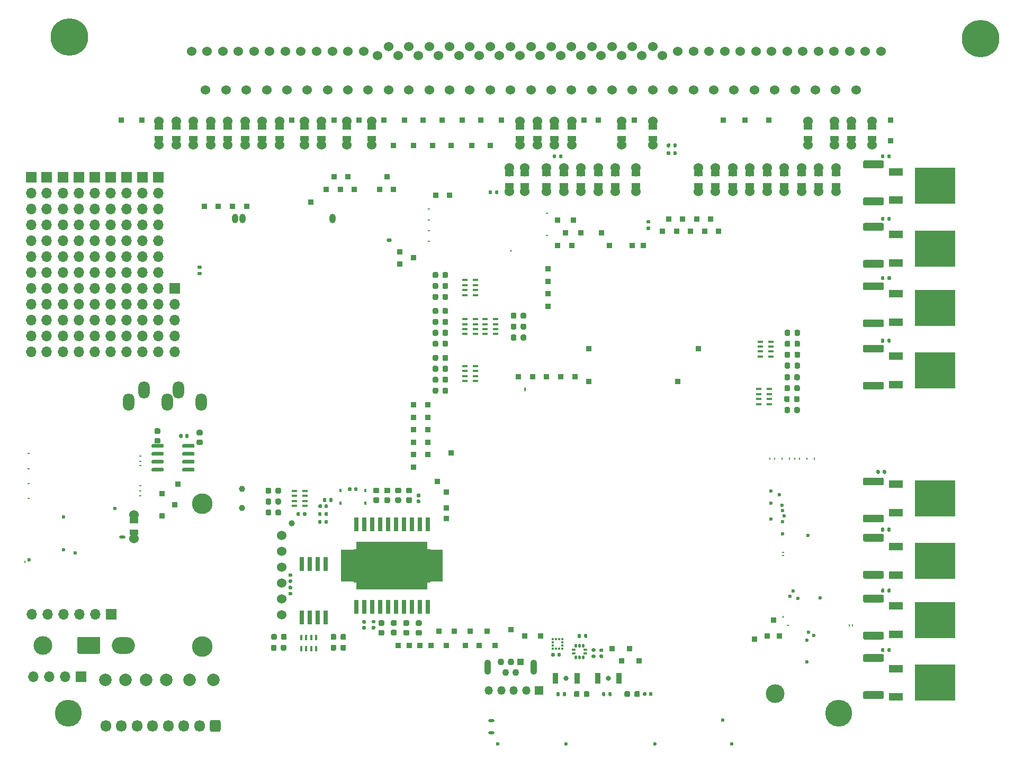
<source format=gts>
G04 #@! TF.GenerationSoftware,KiCad,Pcbnew,(5.99.0-11247-g3f6811f413)*
G04 #@! TF.CreationDate,2021-08-16T14:08:07+03:00*
G04 #@! TF.ProjectId,hellen88bmw,68656c6c-656e-4383-9862-6d772e6b6963,rev?*
G04 #@! TF.SameCoordinates,PX3d1b110PY9269338*
G04 #@! TF.FileFunction,Soldermask,Top*
G04 #@! TF.FilePolarity,Negative*
%FSLAX46Y46*%
G04 Gerber Fmt 4.6, Leading zero omitted, Abs format (unit mm)*
G04 Created by KiCad (PCBNEW (5.99.0-11247-g3f6811f413)) date 2021-08-16 14:08:07*
%MOMM*%
%LPD*%
G01*
G04 APERTURE LIST*
%ADD10C,0.010000*%
%ADD11C,6.000000*%
%ADD12C,1.524000*%
%ADD13R,1.397000X0.889000*%
%ADD14R,0.203200X1.524000*%
%ADD15R,2.200000X1.200000*%
%ADD16R,6.400000X5.800000*%
%ADD17R,1.700000X1.700000*%
%ADD18O,1.700000X1.700000*%
%ADD19R,0.640000X2.160000*%
%ADD20C,4.300000*%
%ADD21R,0.850000X0.850000*%
%ADD22C,3.000000*%
%ADD23C,0.800000*%
%ADD24R,0.900000X1.700000*%
%ADD25R,0.900000X0.400000*%
%ADD26R,0.800000X2.200000*%
%ADD27R,2.032000X5.080000*%
%ADD28R,11.430000X7.620000*%
%ADD29C,2.000000*%
%ADD30C,1.000000*%
%ADD31R,1.350000X1.350000*%
%ADD32O,1.350000X1.350000*%
%ADD33R,1.100000X1.100000*%
%ADD34C,1.100000*%
%ADD35O,1.100000X2.400000*%
%ADD36O,0.499999X0.250000*%
%ADD37O,0.250000X0.499999*%
%ADD38C,0.599999*%
%ADD39R,0.350000X0.400000*%
%ADD40R,0.400000X0.350000*%
%ADD41O,0.500000X0.250000*%
%ADD42O,0.250000X0.500000*%
%ADD43O,3.700000X2.700000*%
%ADD44R,0.400000X0.900000*%
%ADD45O,1.000001X0.499999*%
%ADD46O,1.700000X1.850000*%
%ADD47O,1.800000X2.800000*%
%ADD48C,3.302000*%
%ADD49O,1.000001X1.500000*%
%ADD50O,0.800001X0.599999*%
%ADD51O,0.200000X0.499999*%
%ADD52O,0.200000X0.399999*%
%ADD53R,0.450000X0.600000*%
G04 APERTURE END LIST*
D10*
G04 #@! TO.C,U6*
X65284150Y26631400D02*
X64865600Y26631400D01*
X64865600Y26631400D02*
X64865600Y31919860D01*
X64865600Y31919860D02*
X65284150Y31919860D01*
X65284150Y31919860D02*
X65284150Y26631400D01*
G36*
X65284150Y26631400D02*
G01*
X64865600Y26631400D01*
X64865600Y31919860D01*
X65284150Y31919860D01*
X65284150Y26631400D01*
G37*
X65284150Y26631400D02*
X64865600Y26631400D01*
X64865600Y31919860D01*
X65284150Y31919860D01*
X65284150Y26631400D01*
X53480550Y26631400D02*
X53080000Y26631400D01*
X53080000Y26631400D02*
X53080000Y31917320D01*
X53080000Y31917320D02*
X53480550Y31917320D01*
X53480550Y31917320D02*
X53480550Y26631400D01*
G36*
X53480550Y26631400D02*
G01*
X53080000Y26631400D01*
X53080000Y31917320D01*
X53480550Y31917320D01*
X53480550Y26631400D01*
G37*
X53480550Y26631400D02*
X53080000Y26631400D01*
X53080000Y31917320D01*
X53480550Y31917320D01*
X53480550Y26631400D01*
G04 #@! TD*
D11*
G04 #@! TO.C,PP1*
X7632400Y113856400D03*
X153342400Y113606400D03*
D12*
X27142400Y111606400D03*
X32142400Y111606400D03*
X37142400Y111606400D03*
X42142400Y111606400D03*
X47142400Y111606400D03*
X52142400Y111606400D03*
X56892400Y110856400D03*
X60142400Y110856400D03*
X63392400Y110856400D03*
X66642400Y110856400D03*
X69892400Y110856400D03*
X73142400Y110856400D03*
X76392400Y110856400D03*
X79642400Y110856400D03*
X82892400Y110856400D03*
X86142400Y110856400D03*
X89392400Y110856400D03*
X92642400Y110856400D03*
X95892400Y110856400D03*
X99142400Y110856400D03*
X102392400Y110856400D03*
X107392400Y111606400D03*
X112392400Y111606400D03*
X117392400Y111606400D03*
X122392400Y111606400D03*
X127392400Y111606400D03*
X132392400Y111606400D03*
X137392400Y111606400D03*
X29642400Y111606400D03*
X34642400Y111606400D03*
X39642400Y111606400D03*
X44642400Y111606400D03*
X49642400Y111606400D03*
X54642400Y111606400D03*
X58642400Y112356400D03*
X61892400Y112356400D03*
X65142400Y112356400D03*
X68392400Y112356400D03*
X71642400Y112356400D03*
X74892400Y112356400D03*
X78142400Y112356400D03*
X81392400Y112356400D03*
X84642400Y112356400D03*
X87892400Y112356400D03*
X91142400Y112356400D03*
X94392400Y112356400D03*
X97642400Y112356400D03*
X100892400Y112356400D03*
X104892400Y111606400D03*
X109892400Y111606400D03*
X114892400Y111606400D03*
X119892400Y111606400D03*
X124892400Y111606400D03*
X129892400Y111606400D03*
X134892400Y111606400D03*
X29392400Y105356400D03*
X32642400Y105356400D03*
X35892400Y105356400D03*
X39142400Y105356400D03*
X42392400Y105356400D03*
X45642400Y105356400D03*
X48892400Y105356400D03*
X52142400Y105356400D03*
X55392400Y105356400D03*
X58642400Y105356400D03*
X61892400Y105356400D03*
X65142400Y105356400D03*
X68392400Y105356400D03*
X71642400Y105356400D03*
X74892400Y105356400D03*
X78142400Y105356400D03*
X81392400Y105356400D03*
X84642400Y105356400D03*
X87892400Y105356400D03*
X91142400Y105356400D03*
X94392400Y105356400D03*
X97642400Y105356400D03*
X100892400Y105356400D03*
X104142400Y105356400D03*
X107392400Y105356400D03*
X110642400Y105356400D03*
X113892400Y105356400D03*
X117142400Y105356400D03*
X120392400Y105356400D03*
X123642400Y105356400D03*
X126892400Y105356400D03*
X130142400Y105356400D03*
X133392400Y105356400D03*
G04 #@! TD*
D13*
G04 #@! TO.C,JP1*
X21926000Y99475500D03*
D12*
X21926000Y100428000D03*
D14*
X21926000Y99793000D03*
X21926000Y97253000D03*
D12*
X21926000Y96618000D03*
D13*
X21926000Y97570500D03*
G04 #@! TD*
G04 #@! TO.C,JP3*
X30176000Y99475500D03*
D12*
X30176000Y100428000D03*
D14*
X30176000Y99793000D03*
D12*
X30176000Y96618000D03*
D14*
X30176000Y97253000D03*
D13*
X30176000Y97570500D03*
G04 #@! TD*
G04 #@! TO.C,JP4*
X35676000Y99475500D03*
D12*
X35676000Y100428000D03*
D14*
X35676000Y99793000D03*
D13*
X35676000Y97570500D03*
D12*
X35676000Y96618000D03*
D14*
X35676000Y97253000D03*
G04 #@! TD*
G04 #@! TO.C,JP5*
X45176000Y99793000D03*
D12*
X45176000Y100428000D03*
D13*
X45176000Y99475500D03*
D14*
X45176000Y97253000D03*
D13*
X45176000Y97570500D03*
D12*
X45176000Y96618000D03*
G04 #@! TD*
G04 #@! TO.C,JP7*
X51926000Y100428000D03*
D13*
X51926000Y99475500D03*
D14*
X51926000Y99793000D03*
D13*
X51926000Y97570500D03*
D14*
X51926000Y97253000D03*
D12*
X51926000Y96618000D03*
G04 #@! TD*
D13*
G04 #@! TO.C,JP14*
X79676000Y99475500D03*
D12*
X79676000Y100428000D03*
D14*
X79676000Y99793000D03*
D13*
X79676000Y97570500D03*
D14*
X79676000Y97253000D03*
D12*
X79676000Y96618000D03*
G04 #@! TD*
D14*
G04 #@! TO.C,JP16*
X85176000Y99793000D03*
D12*
X85176000Y100428000D03*
D13*
X85176000Y99475500D03*
X85176000Y97570500D03*
D12*
X85176000Y96618000D03*
D14*
X85176000Y97253000D03*
G04 #@! TD*
G04 #@! TO.C,JP17*
X87926000Y99793000D03*
D13*
X87926000Y99475500D03*
D12*
X87926000Y100428000D03*
D13*
X87926000Y97570500D03*
D14*
X87926000Y97253000D03*
D12*
X87926000Y96618000D03*
G04 #@! TD*
D14*
G04 #@! TO.C,JP20*
X94926000Y92293000D03*
D13*
X94926000Y91975500D03*
D12*
X94926000Y92928000D03*
D13*
X94926000Y90070500D03*
D14*
X94926000Y89753000D03*
D12*
X94926000Y89118000D03*
G04 #@! TD*
D14*
G04 #@! TO.C,JP21*
X98176000Y92293000D03*
D13*
X98176000Y91975500D03*
D12*
X98176000Y92928000D03*
X98176000Y89118000D03*
D14*
X98176000Y89753000D03*
D13*
X98176000Y90070500D03*
G04 #@! TD*
D12*
G04 #@! TO.C,JP22*
X110926000Y92928000D03*
D13*
X110926000Y91975500D03*
D14*
X110926000Y92293000D03*
D12*
X110926000Y89118000D03*
D13*
X110926000Y90070500D03*
D14*
X110926000Y89753000D03*
G04 #@! TD*
D13*
G04 #@! TO.C,JP23*
X116426000Y91975500D03*
D14*
X116426000Y92293000D03*
D12*
X116426000Y92928000D03*
X116426000Y89118000D03*
D14*
X116426000Y89753000D03*
D13*
X116426000Y90070500D03*
G04 #@! TD*
G04 #@! TO.C,JP24*
X121926000Y91975500D03*
D14*
X121926000Y92293000D03*
D12*
X121926000Y92928000D03*
X121926000Y89118000D03*
D13*
X121926000Y90070500D03*
D14*
X121926000Y89753000D03*
G04 #@! TD*
G04 #@! TO.C,JP25*
X125676000Y99793000D03*
D13*
X125676000Y99475500D03*
D12*
X125676000Y100428000D03*
X125676000Y96618000D03*
D13*
X125676000Y97570500D03*
D14*
X125676000Y97253000D03*
G04 #@! TD*
D12*
G04 #@! TO.C,JP26*
X129926000Y100428000D03*
D14*
X129926000Y99793000D03*
D13*
X129926000Y99475500D03*
D14*
X129926000Y97253000D03*
D12*
X129926000Y96618000D03*
D13*
X129926000Y97570500D03*
G04 #@! TD*
D12*
G04 #@! TO.C,JP27*
X135926000Y100428000D03*
D13*
X135926000Y99475500D03*
D14*
X135926000Y99793000D03*
D13*
X135926000Y97570500D03*
D12*
X135926000Y96618000D03*
D14*
X135926000Y97253000D03*
G04 #@! TD*
D13*
G04 #@! TO.C,JP29*
X24676000Y99475500D03*
D12*
X24676000Y100428000D03*
D14*
X24676000Y99793000D03*
D12*
X24676000Y96618000D03*
D14*
X24676000Y97253000D03*
D13*
X24676000Y97570500D03*
G04 #@! TD*
G04 #@! TO.C,JP31*
X32926000Y99475500D03*
D12*
X32926000Y100428000D03*
D14*
X32926000Y99793000D03*
D12*
X32926000Y96618000D03*
D13*
X32926000Y97570500D03*
D14*
X32926000Y97253000D03*
G04 #@! TD*
D13*
G04 #@! TO.C,JP32*
X41176000Y99475500D03*
D12*
X41176000Y100428000D03*
D14*
X41176000Y99793000D03*
D12*
X41176000Y96618000D03*
D13*
X41176000Y97570500D03*
D14*
X41176000Y97253000D03*
G04 #@! TD*
D13*
G04 #@! TO.C,JP33*
X47926000Y99475500D03*
D14*
X47926000Y99793000D03*
D12*
X47926000Y100428000D03*
D14*
X47926000Y97253000D03*
D13*
X47926000Y97570500D03*
D12*
X47926000Y96618000D03*
G04 #@! TD*
G04 #@! TO.C,JP35*
X55926000Y100428000D03*
D14*
X55926000Y99793000D03*
D13*
X55926000Y99475500D03*
D14*
X55926000Y97253000D03*
D13*
X55926000Y97570500D03*
D12*
X55926000Y96618000D03*
G04 #@! TD*
D13*
G04 #@! TO.C,JP41*
X77926000Y91975500D03*
D14*
X77926000Y92293000D03*
D12*
X77926000Y92928000D03*
D13*
X77926000Y90070500D03*
D12*
X77926000Y89118000D03*
D14*
X77926000Y89753000D03*
G04 #@! TD*
D13*
G04 #@! TO.C,JP42*
X80426000Y91975500D03*
D14*
X80426000Y92293000D03*
D12*
X80426000Y92928000D03*
D13*
X80426000Y90070500D03*
D14*
X80426000Y89753000D03*
D12*
X80426000Y89118000D03*
G04 #@! TD*
G04 #@! TO.C,JP43*
X82426000Y100428000D03*
D14*
X82426000Y99793000D03*
D13*
X82426000Y99475500D03*
D12*
X82426000Y96618000D03*
D14*
X82426000Y97253000D03*
D13*
X82426000Y97570500D03*
G04 #@! TD*
D14*
G04 #@! TO.C,JP44*
X86676000Y92293000D03*
D12*
X86676000Y92928000D03*
D13*
X86676000Y91975500D03*
D14*
X86676000Y89753000D03*
D13*
X86676000Y90070500D03*
D12*
X86676000Y89118000D03*
G04 #@! TD*
D13*
G04 #@! TO.C,JP46*
X89426000Y91975500D03*
D12*
X89426000Y92928000D03*
D14*
X89426000Y92293000D03*
D12*
X89426000Y89118000D03*
D14*
X89426000Y89753000D03*
D13*
X89426000Y90070500D03*
G04 #@! TD*
D14*
G04 #@! TO.C,JP47*
X92176000Y92293000D03*
D13*
X92176000Y91975500D03*
D12*
X92176000Y92928000D03*
D13*
X92176000Y90070500D03*
D14*
X92176000Y89753000D03*
D12*
X92176000Y89118000D03*
G04 #@! TD*
G04 #@! TO.C,JP50*
X113676000Y92928000D03*
D14*
X113676000Y92293000D03*
D13*
X113676000Y91975500D03*
D12*
X113676000Y89118000D03*
D13*
X113676000Y90070500D03*
D14*
X113676000Y89753000D03*
G04 #@! TD*
D13*
G04 #@! TO.C,JP51*
X119176000Y91975500D03*
D12*
X119176000Y92928000D03*
D14*
X119176000Y92293000D03*
D12*
X119176000Y89118000D03*
D14*
X119176000Y89753000D03*
D13*
X119176000Y90070500D03*
G04 #@! TD*
G04 #@! TO.C,JP52*
X124676000Y91975500D03*
D14*
X124676000Y92293000D03*
D12*
X124676000Y92928000D03*
D14*
X124676000Y89753000D03*
D13*
X124676000Y90070500D03*
D12*
X124676000Y89118000D03*
G04 #@! TD*
D14*
G04 #@! TO.C,JP54*
X132676000Y99793000D03*
D13*
X132676000Y99475500D03*
D12*
X132676000Y100428000D03*
X132676000Y96618000D03*
D14*
X132676000Y97253000D03*
D13*
X132676000Y97570500D03*
G04 #@! TD*
G04 #@! TO.C,JP56*
X27426000Y99475500D03*
D12*
X27426000Y100428000D03*
D14*
X27426000Y99793000D03*
D13*
X27426000Y97570500D03*
D14*
X27426000Y97253000D03*
D12*
X27426000Y96618000D03*
G04 #@! TD*
D14*
G04 #@! TO.C,JP73*
X83926000Y92293000D03*
D12*
X83926000Y92928000D03*
D13*
X83926000Y91975500D03*
D14*
X83926000Y89753000D03*
D12*
X83926000Y89118000D03*
D13*
X83926000Y90070500D03*
G04 #@! TD*
D12*
G04 #@! TO.C,JP77*
X95926000Y100428000D03*
D14*
X95926000Y99793000D03*
D13*
X95926000Y99475500D03*
X95926000Y97570500D03*
D12*
X95926000Y96618000D03*
D14*
X95926000Y97253000D03*
G04 #@! TD*
D12*
G04 #@! TO.C,JP78*
X100926000Y100428000D03*
D13*
X100926000Y99475500D03*
D14*
X100926000Y99793000D03*
D12*
X100926000Y96618000D03*
D13*
X100926000Y97570500D03*
D14*
X100926000Y97253000D03*
G04 #@! TD*
D13*
G04 #@! TO.C,JP85*
X130176000Y91975500D03*
D14*
X130176000Y92293000D03*
D12*
X130176000Y92928000D03*
D13*
X130176000Y90070500D03*
D12*
X130176000Y89118000D03*
D14*
X130176000Y89753000D03*
G04 #@! TD*
G04 #@! TO.C,JP86*
X127426000Y92293000D03*
D13*
X127426000Y91975500D03*
D12*
X127426000Y92928000D03*
D13*
X127426000Y90070500D03*
D14*
X127426000Y89753000D03*
D12*
X127426000Y89118000D03*
G04 #@! TD*
D14*
G04 #@! TO.C,JP59*
X38426000Y99793000D03*
D12*
X38426000Y100428000D03*
D13*
X38426000Y99475500D03*
D14*
X38426000Y97253000D03*
D12*
X38426000Y96618000D03*
D13*
X38426000Y97570500D03*
G04 #@! TD*
D14*
G04 #@! TO.C,JP49*
X108176000Y92293000D03*
D13*
X108176000Y91975500D03*
D12*
X108176000Y92928000D03*
D13*
X108176000Y90070500D03*
D12*
X108176000Y89118000D03*
D14*
X108176000Y89753000D03*
G04 #@! TD*
D15*
G04 #@! TO.C,Q1*
X139726000Y32303000D03*
D16*
X146026000Y30023000D03*
D15*
X139726000Y27743000D03*
G04 #@! TD*
G04 #@! TO.C,Q6*
X139726000Y92303000D03*
D16*
X146026000Y90023000D03*
D15*
X139726000Y87743000D03*
G04 #@! TD*
G04 #@! TO.C,Q2*
X139726000Y42303000D03*
D16*
X146026000Y40023000D03*
D15*
X139726000Y37743000D03*
G04 #@! TD*
G04 #@! TO.C,Q5*
X139726000Y82303000D03*
D16*
X146026000Y80023000D03*
D15*
X139726000Y77743000D03*
G04 #@! TD*
G04 #@! TO.C,Q3*
X139726000Y62803000D03*
D16*
X146026000Y60523000D03*
D15*
X139726000Y58243000D03*
G04 #@! TD*
G04 #@! TO.C,Q4*
X139726000Y72803000D03*
D16*
X146026000Y70523000D03*
D15*
X139726000Y68243000D03*
G04 #@! TD*
G04 #@! TO.C,C1*
G36*
G01*
X42756000Y26033000D02*
X43096000Y26033000D01*
G75*
G02*
X43236000Y25893000I0J-140000D01*
G01*
X43236000Y25613000D01*
G75*
G02*
X43096000Y25473000I-140000J0D01*
G01*
X42756000Y25473000D01*
G75*
G02*
X42616000Y25613000I0J140000D01*
G01*
X42616000Y25893000D01*
G75*
G02*
X42756000Y26033000I140000J0D01*
G01*
G37*
G36*
G01*
X42756000Y25073000D02*
X43096000Y25073000D01*
G75*
G02*
X43236000Y24933000I0J-140000D01*
G01*
X43236000Y24653000D01*
G75*
G02*
X43096000Y24513000I-140000J0D01*
G01*
X42756000Y24513000D01*
G75*
G02*
X42616000Y24653000I0J140000D01*
G01*
X42616000Y24933000D01*
G75*
G02*
X42756000Y25073000I140000J0D01*
G01*
G37*
G04 #@! TD*
G04 #@! TO.C,C2*
G36*
G01*
X43096000Y26513000D02*
X42756000Y26513000D01*
G75*
G02*
X42616000Y26653000I0J140000D01*
G01*
X42616000Y26933000D01*
G75*
G02*
X42756000Y27073000I140000J0D01*
G01*
X43096000Y27073000D01*
G75*
G02*
X43236000Y26933000I0J-140000D01*
G01*
X43236000Y26653000D01*
G75*
G02*
X43096000Y26513000I-140000J0D01*
G01*
G37*
G36*
G01*
X43096000Y27473000D02*
X42756000Y27473000D01*
G75*
G02*
X42616000Y27613000I0J140000D01*
G01*
X42616000Y27893000D01*
G75*
G02*
X42756000Y28033000I140000J0D01*
G01*
X43096000Y28033000D01*
G75*
G02*
X43236000Y27893000I0J-140000D01*
G01*
X43236000Y27613000D01*
G75*
G02*
X43096000Y27473000I-140000J0D01*
G01*
G37*
G04 #@! TD*
D17*
G04 #@! TO.C,J4*
X24476000Y73653000D03*
D18*
X24476000Y71113000D03*
X24476000Y68573000D03*
X24476000Y66033000D03*
X24476000Y63493000D03*
G04 #@! TD*
D17*
G04 #@! TO.C,J5*
X1516000Y91433000D03*
D18*
X1516000Y88893000D03*
X1516000Y86353000D03*
X1516000Y83813000D03*
X1516000Y81273000D03*
X1516000Y78733000D03*
X1516000Y76193000D03*
X1516000Y73653000D03*
X1516000Y71113000D03*
X1516000Y68573000D03*
X1516000Y66033000D03*
X1516000Y63493000D03*
G04 #@! TD*
D17*
G04 #@! TO.C,J6*
X3976001Y91433000D03*
D18*
X3976001Y88893000D03*
X3976001Y86353000D03*
X3976001Y83813000D03*
X3976001Y81273000D03*
X3976001Y78733000D03*
X3976001Y76193000D03*
X3976001Y73653000D03*
X3976001Y71113000D03*
X3976001Y68573000D03*
X3976001Y66033000D03*
X3976001Y63493000D03*
G04 #@! TD*
D17*
G04 #@! TO.C,J7*
X6596000Y91433000D03*
D18*
X6596000Y88893000D03*
X6596000Y86353000D03*
X6596000Y83813000D03*
X6596000Y81273000D03*
X6596000Y78733000D03*
X6596000Y76193000D03*
X6596000Y73653000D03*
X6596000Y71113000D03*
X6596000Y68573000D03*
X6596000Y66033000D03*
X6596000Y63493000D03*
G04 #@! TD*
D17*
G04 #@! TO.C,J8*
X9136000Y91433000D03*
D18*
X9136000Y88893000D03*
X9136000Y86353000D03*
X9136000Y83813000D03*
X9136000Y81273000D03*
X9136000Y78733000D03*
X9136000Y76193000D03*
X9136000Y73653000D03*
X9136000Y71113000D03*
X9136000Y68573000D03*
X9136000Y66033000D03*
X9136000Y63493000D03*
G04 #@! TD*
D17*
G04 #@! TO.C,J9*
X11676000Y91433000D03*
D18*
X11676000Y88893000D03*
X11676000Y86353000D03*
X11676000Y83813000D03*
X11676000Y81273000D03*
X11676000Y78733000D03*
X11676000Y76193000D03*
X11676000Y73653000D03*
X11676000Y71113000D03*
X11676000Y68573000D03*
X11676000Y66033000D03*
X11676000Y63493000D03*
G04 #@! TD*
D17*
G04 #@! TO.C,J10*
X14216000Y91433000D03*
D18*
X14216000Y88893000D03*
X14216000Y86353000D03*
X14216000Y83813000D03*
X14216000Y81273000D03*
X14216000Y78733000D03*
X14216000Y76193000D03*
X14216000Y73653000D03*
X14216000Y71113000D03*
X14216000Y68573000D03*
X14216000Y66033000D03*
X14216000Y63493000D03*
G04 #@! TD*
D17*
G04 #@! TO.C,J11*
X16756000Y91433000D03*
D18*
X16756000Y88893000D03*
X16756000Y86353000D03*
X16756000Y83813000D03*
X16756000Y81273000D03*
X16756000Y78733000D03*
X16756000Y76193000D03*
X16756000Y73653000D03*
X16756000Y71113000D03*
X16756000Y68573000D03*
X16756000Y66033000D03*
X16756000Y63493000D03*
G04 #@! TD*
D17*
G04 #@! TO.C,J12*
X19296000Y91433000D03*
D18*
X19296000Y88893000D03*
X19296000Y86353000D03*
X19296000Y83813000D03*
X19296000Y81273000D03*
X19296000Y78733000D03*
X19296000Y76193000D03*
X19296000Y73653000D03*
X19296000Y71113000D03*
X19296000Y68573000D03*
X19296000Y66033000D03*
X19296000Y63493000D03*
G04 #@! TD*
D17*
G04 #@! TO.C,J13*
X21836000Y91433000D03*
D18*
X21836000Y88893000D03*
X21836000Y86353000D03*
X21836000Y83813000D03*
X21836000Y81273000D03*
X21836000Y78733000D03*
X21836000Y76193000D03*
X21836000Y73653000D03*
X21836000Y71113000D03*
X21836000Y68573000D03*
X21836000Y66033000D03*
X21836000Y63493000D03*
G04 #@! TD*
D19*
G04 #@! TO.C,U1*
X44771000Y21003000D03*
X46041000Y21003000D03*
X47311000Y21003000D03*
X48581000Y21003000D03*
X48581000Y29543000D03*
X47311000Y29543000D03*
X46041000Y29543000D03*
X44771000Y29543000D03*
G04 #@! TD*
D20*
G04 #@! TO.C,H1*
X130622000Y5663000D03*
G04 #@! TD*
G04 #@! TO.C,H2*
X7432000Y5663000D03*
G04 #@! TD*
G04 #@! TO.C,R1*
G36*
G01*
X92777250Y8531750D02*
X92777250Y8901750D01*
G75*
G02*
X92912250Y9036750I135000J0D01*
G01*
X93182250Y9036750D01*
G75*
G02*
X93317250Y8901750I0J-135000D01*
G01*
X93317250Y8531750D01*
G75*
G02*
X93182250Y8396750I-135000J0D01*
G01*
X92912250Y8396750D01*
G75*
G02*
X92777250Y8531750I0J135000D01*
G01*
G37*
G36*
G01*
X93797250Y8531750D02*
X93797250Y8901750D01*
G75*
G02*
X93932250Y9036750I135000J0D01*
G01*
X94202250Y9036750D01*
G75*
G02*
X94337250Y8901750I0J-135000D01*
G01*
X94337250Y8531750D01*
G75*
G02*
X94202250Y8396750I-135000J0D01*
G01*
X93932250Y8396750D01*
G75*
G02*
X93797250Y8531750I0J135000D01*
G01*
G37*
G04 #@! TD*
G04 #@! TO.C,D14*
G36*
G01*
X42338036Y18129714D02*
X42338036Y17617214D01*
G75*
G02*
X42119286Y17398464I-218750J0D01*
G01*
X41681786Y17398464D01*
G75*
G02*
X41463036Y17617214I0J218750D01*
G01*
X41463036Y18129714D01*
G75*
G02*
X41681786Y18348464I218750J0D01*
G01*
X42119286Y18348464D01*
G75*
G02*
X42338036Y18129714I0J-218750D01*
G01*
G37*
G36*
G01*
X40763036Y18129714D02*
X40763036Y17617214D01*
G75*
G02*
X40544286Y17398464I-218750J0D01*
G01*
X40106786Y17398464D01*
G75*
G02*
X39888036Y17617214I0J218750D01*
G01*
X39888036Y18129714D01*
G75*
G02*
X40106786Y18348464I218750J0D01*
G01*
X40544286Y18348464D01*
G75*
G02*
X40763036Y18129714I0J-218750D01*
G01*
G37*
G04 #@! TD*
G04 #@! TO.C,R10*
G36*
G01*
X137601000Y17448000D02*
X134751000Y17448000D01*
G75*
G02*
X134501000Y17698000I0J250000D01*
G01*
X134501000Y18423000D01*
G75*
G02*
X134751000Y18673000I250000J0D01*
G01*
X137601000Y18673000D01*
G75*
G02*
X137851000Y18423000I0J-250000D01*
G01*
X137851000Y17698000D01*
G75*
G02*
X137601000Y17448000I-250000J0D01*
G01*
G37*
G36*
G01*
X137601000Y23373000D02*
X134751000Y23373000D01*
G75*
G02*
X134501000Y23623000I0J250000D01*
G01*
X134501000Y24348000D01*
G75*
G02*
X134751000Y24598000I250000J0D01*
G01*
X137601000Y24598000D01*
G75*
G02*
X137851000Y24348000I0J-250000D01*
G01*
X137851000Y23623000D01*
G75*
G02*
X137601000Y23373000I-250000J0D01*
G01*
G37*
G04 #@! TD*
D21*
G04 #@! TO.C,VOUT18*
X52176000Y91474215D03*
G04 #@! TD*
G04 #@! TO.C,D23*
G36*
G01*
X121988500Y66266750D02*
X121988500Y66779250D01*
G75*
G02*
X122207250Y66998000I218750J0D01*
G01*
X122644750Y66998000D01*
G75*
G02*
X122863500Y66779250I0J-218750D01*
G01*
X122863500Y66266750D01*
G75*
G02*
X122644750Y66048000I-218750J0D01*
G01*
X122207250Y66048000D01*
G75*
G02*
X121988500Y66266750I0J218750D01*
G01*
G37*
G36*
G01*
X123563500Y66266750D02*
X123563500Y66779250D01*
G75*
G02*
X123782250Y66998000I218750J0D01*
G01*
X124219750Y66998000D01*
G75*
G02*
X124438500Y66779250I0J-218750D01*
G01*
X124438500Y66266750D01*
G75*
G02*
X124219750Y66048000I-218750J0D01*
G01*
X123782250Y66048000D01*
G75*
G02*
X123563500Y66266750I0J218750D01*
G01*
G37*
G04 #@! TD*
G04 #@! TO.C,VOUT27*
X66426000Y42773000D03*
G04 #@! TD*
G04 #@! TO.C,VIN16*
X84176000Y76773000D03*
G04 #@! TD*
G04 #@! TO.C,D25*
G36*
G01*
X68151000Y66779250D02*
X68151000Y66266750D01*
G75*
G02*
X67932250Y66048000I-218750J0D01*
G01*
X67494750Y66048000D01*
G75*
G02*
X67276000Y66266750I0J218750D01*
G01*
X67276000Y66779250D01*
G75*
G02*
X67494750Y66998000I218750J0D01*
G01*
X67932250Y66998000D01*
G75*
G02*
X68151000Y66779250I0J-218750D01*
G01*
G37*
G36*
G01*
X66576000Y66779250D02*
X66576000Y66266750D01*
G75*
G02*
X66357250Y66048000I-218750J0D01*
G01*
X65919750Y66048000D01*
G75*
G02*
X65701000Y66266750I0J218750D01*
G01*
X65701000Y66779250D01*
G75*
G02*
X65919750Y66998000I218750J0D01*
G01*
X66357250Y66998000D01*
G75*
G02*
X66576000Y66779250I0J-218750D01*
G01*
G37*
G04 #@! TD*
G04 #@! TO.C,R16*
G36*
G01*
X91611000Y14483000D02*
X91241000Y14483000D01*
G75*
G02*
X91106000Y14618000I0J135000D01*
G01*
X91106000Y14888000D01*
G75*
G02*
X91241000Y15023000I135000J0D01*
G01*
X91611000Y15023000D01*
G75*
G02*
X91746000Y14888000I0J-135000D01*
G01*
X91746000Y14618000D01*
G75*
G02*
X91611000Y14483000I-135000J0D01*
G01*
G37*
G36*
G01*
X91611000Y15503000D02*
X91241000Y15503000D01*
G75*
G02*
X91106000Y15638000I0J135000D01*
G01*
X91106000Y15908000D01*
G75*
G02*
X91241000Y16043000I135000J0D01*
G01*
X91611000Y16043000D01*
G75*
G02*
X91746000Y15908000I0J-135000D01*
G01*
X91746000Y15638000D01*
G75*
G02*
X91611000Y15503000I-135000J0D01*
G01*
G37*
G04 #@! TD*
G04 #@! TO.C,VOUT20*
X46176000Y87474215D03*
G04 #@! TD*
G04 #@! TO.C,D8*
G36*
G01*
X78201000Y69016750D02*
X78201000Y69529250D01*
G75*
G02*
X78419750Y69748000I218750J0D01*
G01*
X78857250Y69748000D01*
G75*
G02*
X79076000Y69529250I0J-218750D01*
G01*
X79076000Y69016750D01*
G75*
G02*
X78857250Y68798000I-218750J0D01*
G01*
X78419750Y68798000D01*
G75*
G02*
X78201000Y69016750I0J218750D01*
G01*
G37*
G36*
G01*
X79776000Y69016750D02*
X79776000Y69529250D01*
G75*
G02*
X79994750Y69748000I218750J0D01*
G01*
X80432250Y69748000D01*
G75*
G02*
X80651000Y69529250I0J-218750D01*
G01*
X80651000Y69016750D01*
G75*
G02*
X80432250Y68798000I-218750J0D01*
G01*
X79994750Y68798000D01*
G75*
G02*
X79776000Y69016750I0J218750D01*
G01*
G37*
G04 #@! TD*
D22*
G04 #@! TO.C,TP4*
X120426000Y8773000D03*
G04 #@! TD*
D21*
G04 #@! TO.C,VOUT1*
X60426000Y77523000D03*
G04 #@! TD*
G04 #@! TO.C,D27*
G36*
G01*
X68151000Y59279250D02*
X68151000Y58766750D01*
G75*
G02*
X67932250Y58548000I-218750J0D01*
G01*
X67494750Y58548000D01*
G75*
G02*
X67276000Y58766750I0J218750D01*
G01*
X67276000Y59279250D01*
G75*
G02*
X67494750Y59498000I218750J0D01*
G01*
X67932250Y59498000D01*
G75*
G02*
X68151000Y59279250I0J-218750D01*
G01*
G37*
G36*
G01*
X66576000Y59279250D02*
X66576000Y58766750D01*
G75*
G02*
X66357250Y58548000I-218750J0D01*
G01*
X65919750Y58548000D01*
G75*
G02*
X65701000Y58766750I0J218750D01*
G01*
X65701000Y59279250D01*
G75*
G02*
X65919750Y59498000I218750J0D01*
G01*
X66357250Y59498000D01*
G75*
G02*
X66576000Y59279250I0J-218750D01*
G01*
G37*
G04 #@! TD*
G04 #@! TO.C,MMCU14*
X67926000Y36773000D03*
G04 #@! TD*
G04 #@! TO.C,VIN14*
X99346002Y80520316D03*
G04 #@! TD*
G04 #@! TO.C,R6*
G36*
G01*
X99991000Y84553000D02*
X100361000Y84553000D01*
G75*
G02*
X100496000Y84418000I0J-135000D01*
G01*
X100496000Y84148000D01*
G75*
G02*
X100361000Y84013000I-135000J0D01*
G01*
X99991000Y84013000D01*
G75*
G02*
X99856000Y84148000I0J135000D01*
G01*
X99856000Y84418000D01*
G75*
G02*
X99991000Y84553000I135000J0D01*
G01*
G37*
G36*
G01*
X99991000Y83533000D02*
X100361000Y83533000D01*
G75*
G02*
X100496000Y83398000I0J-135000D01*
G01*
X100496000Y83128000D01*
G75*
G02*
X100361000Y82993000I-135000J0D01*
G01*
X99991000Y82993000D01*
G75*
G02*
X99856000Y83128000I0J135000D01*
G01*
X99856000Y83398000D01*
G75*
G02*
X99991000Y83533000I135000J0D01*
G01*
G37*
G04 #@! TD*
G04 #@! TO.C,MMCU4*
X119176000Y18023000D03*
G04 #@! TD*
G04 #@! TO.C,MMCU31*
X60176000Y16523000D03*
G04 #@! TD*
G04 #@! TO.C,C13*
G36*
G01*
X61231000Y20528000D02*
X61731000Y20528000D01*
G75*
G02*
X61956000Y20303000I0J-225000D01*
G01*
X61956000Y19853000D01*
G75*
G02*
X61731000Y19628000I-225000J0D01*
G01*
X61231000Y19628000D01*
G75*
G02*
X61006000Y19853000I0J225000D01*
G01*
X61006000Y20303000D01*
G75*
G02*
X61231000Y20528000I225000J0D01*
G01*
G37*
G36*
G01*
X61231000Y18978000D02*
X61731000Y18978000D01*
G75*
G02*
X61956000Y18753000I0J-225000D01*
G01*
X61956000Y18303000D01*
G75*
G02*
X61731000Y18078000I-225000J0D01*
G01*
X61231000Y18078000D01*
G75*
G02*
X61006000Y18303000I0J225000D01*
G01*
X61006000Y18753000D01*
G75*
G02*
X61231000Y18978000I225000J0D01*
G01*
G37*
G04 #@! TD*
G04 #@! TO.C,cr8*
X15926000Y100523000D03*
G04 #@! TD*
G04 #@! TO.C,D29*
G36*
G01*
X68151000Y65029250D02*
X68151000Y64516750D01*
G75*
G02*
X67932250Y64298000I-218750J0D01*
G01*
X67494750Y64298000D01*
G75*
G02*
X67276000Y64516750I0J218750D01*
G01*
X67276000Y65029250D01*
G75*
G02*
X67494750Y65248000I218750J0D01*
G01*
X67932250Y65248000D01*
G75*
G02*
X68151000Y65029250I0J-218750D01*
G01*
G37*
G36*
G01*
X66576000Y65029250D02*
X66576000Y64516750D01*
G75*
G02*
X66357250Y64298000I-218750J0D01*
G01*
X65919750Y64298000D01*
G75*
G02*
X65701000Y64516750I0J218750D01*
G01*
X65701000Y65029250D01*
G75*
G02*
X65919750Y65248000I218750J0D01*
G01*
X66357250Y65248000D01*
G75*
G02*
X66576000Y65029250I0J-218750D01*
G01*
G37*
G04 #@! TD*
D23*
G04 #@! TO.C,SW2*
X93807250Y11216750D03*
D24*
X92107250Y11216750D03*
X95507250Y11216750D03*
G04 #@! TD*
G04 #@! TO.C,D1*
G36*
G01*
X90744750Y8973000D02*
X90744750Y8460500D01*
G75*
G02*
X90526000Y8241750I-218750J0D01*
G01*
X90088500Y8241750D01*
G75*
G02*
X89869750Y8460500I0J218750D01*
G01*
X89869750Y8973000D01*
G75*
G02*
X90088500Y9191750I218750J0D01*
G01*
X90526000Y9191750D01*
G75*
G02*
X90744750Y8973000I0J-218750D01*
G01*
G37*
G36*
G01*
X89169750Y8973000D02*
X89169750Y8460500D01*
G75*
G02*
X88951000Y8241750I-218750J0D01*
G01*
X88513500Y8241750D01*
G75*
G02*
X88294750Y8460500I0J218750D01*
G01*
X88294750Y8973000D01*
G75*
G02*
X88513500Y9191750I218750J0D01*
G01*
X88951000Y9191750D01*
G75*
G02*
X89169750Y8973000I0J-218750D01*
G01*
G37*
G04 #@! TD*
D21*
G04 #@! TO.C,MMCU28*
X66676000Y18773000D03*
G04 #@! TD*
G04 #@! TO.C,VOUT10*
X62676000Y51023000D03*
G04 #@! TD*
G04 #@! TO.C,cr1*
X70426000Y100523000D03*
G04 #@! TD*
G04 #@! TO.C,MMCU30*
X63676000Y16523000D03*
G04 #@! TD*
D25*
G04 #@! TO.C,RN7*
X72526000Y66323000D03*
X72526000Y67123000D03*
X72526000Y67923000D03*
X72526000Y68723000D03*
X70826000Y68723000D03*
X70826000Y67923000D03*
X70826000Y67123000D03*
X70826000Y66323000D03*
G04 #@! TD*
D26*
G04 #@! TO.C,U6*
X64891000Y35873000D03*
X63621000Y35873000D03*
X62351000Y35873000D03*
X61081000Y35873000D03*
X59811000Y35873000D03*
X58541000Y35873000D03*
X57271000Y35873000D03*
X56001000Y35873000D03*
X54731000Y35873000D03*
X53461000Y35873000D03*
X53461000Y22673000D03*
X54731000Y22673000D03*
X56001000Y22673000D03*
X57271000Y22673000D03*
X58541000Y22673000D03*
X59811000Y22673000D03*
X61081000Y22673000D03*
X62351000Y22673000D03*
X63621000Y22673000D03*
X64891000Y22673000D03*
D27*
X66288000Y29273000D03*
D28*
X59176000Y29273000D03*
D27*
X52064000Y29273000D03*
G04 #@! TD*
D15*
G04 #@! TO.C,Q7*
X139726000Y22803000D03*
D16*
X146026000Y20523000D03*
D15*
X139726000Y18243000D03*
G04 #@! TD*
D21*
G04 #@! TO.C,MMCU18*
X65426000Y16523000D03*
G04 #@! TD*
G04 #@! TO.C,VIN11*
X85676000Y84523000D03*
G04 #@! TD*
G04 #@! TO.C,VIN4*
X106926000Y82773000D03*
G04 #@! TD*
G04 #@! TO.C,cr11*
X67176000Y100523000D03*
G04 #@! TD*
D29*
G04 #@! TO.C,P3*
X23090213Y11023000D03*
G04 #@! TD*
D21*
G04 #@! TO.C,MMCU9*
X74426000Y18773000D03*
G04 #@! TD*
G04 #@! TO.C,VIN6*
X84176000Y70773000D03*
G04 #@! TD*
G04 #@! TO.C,D28*
G36*
G01*
X68151000Y68529250D02*
X68151000Y68016750D01*
G75*
G02*
X67932250Y67798000I-218750J0D01*
G01*
X67494750Y67798000D01*
G75*
G02*
X67276000Y68016750I0J218750D01*
G01*
X67276000Y68529250D01*
G75*
G02*
X67494750Y68748000I218750J0D01*
G01*
X67932250Y68748000D01*
G75*
G02*
X68151000Y68529250I0J-218750D01*
G01*
G37*
G36*
G01*
X66576000Y68529250D02*
X66576000Y68016750D01*
G75*
G02*
X66357250Y67798000I-218750J0D01*
G01*
X65919750Y67798000D01*
G75*
G02*
X65701000Y68016750I0J218750D01*
G01*
X65701000Y68529250D01*
G75*
G02*
X65919750Y68748000I218750J0D01*
G01*
X66357250Y68748000D01*
G75*
G02*
X66576000Y68529250I0J-218750D01*
G01*
G37*
G04 #@! TD*
G04 #@! TO.C,R9*
G36*
G01*
X137601000Y57448000D02*
X134751000Y57448000D01*
G75*
G02*
X134501000Y57698000I0J250000D01*
G01*
X134501000Y58423000D01*
G75*
G02*
X134751000Y58673000I250000J0D01*
G01*
X137601000Y58673000D01*
G75*
G02*
X137851000Y58423000I0J-250000D01*
G01*
X137851000Y57698000D01*
G75*
G02*
X137601000Y57448000I-250000J0D01*
G01*
G37*
G36*
G01*
X137601000Y63373000D02*
X134751000Y63373000D01*
G75*
G02*
X134501000Y63623000I0J250000D01*
G01*
X134501000Y64348000D01*
G75*
G02*
X134751000Y64598000I250000J0D01*
G01*
X137601000Y64598000D01*
G75*
G02*
X137851000Y64348000I0J-250000D01*
G01*
X137851000Y63623000D01*
G75*
G02*
X137601000Y63373000I-250000J0D01*
G01*
G37*
G04 #@! TD*
G04 #@! TO.C,D11*
G36*
G01*
X68151000Y76029250D02*
X68151000Y75516750D01*
G75*
G02*
X67932250Y75298000I-218750J0D01*
G01*
X67494750Y75298000D01*
G75*
G02*
X67276000Y75516750I0J218750D01*
G01*
X67276000Y76029250D01*
G75*
G02*
X67494750Y76248000I218750J0D01*
G01*
X67932250Y76248000D01*
G75*
G02*
X68151000Y76029250I0J-218750D01*
G01*
G37*
G36*
G01*
X66576000Y76029250D02*
X66576000Y75516750D01*
G75*
G02*
X66357250Y75298000I-218750J0D01*
G01*
X65919750Y75298000D01*
G75*
G02*
X65701000Y75516750I0J218750D01*
G01*
X65701000Y76029250D01*
G75*
G02*
X65919750Y76248000I218750J0D01*
G01*
X66357250Y76248000D01*
G75*
G02*
X66576000Y76029250I0J-218750D01*
G01*
G37*
G04 #@! TD*
G04 #@! TO.C,VOUT5*
X48676000Y89474215D03*
G04 #@! TD*
G04 #@! TO.C,VIN19*
X107926000Y84773000D03*
G04 #@! TD*
G04 #@! TO.C,C21*
G36*
G01*
X56926000Y39298000D02*
X56426000Y39298000D01*
G75*
G02*
X56201000Y39523000I0J225000D01*
G01*
X56201000Y39973000D01*
G75*
G02*
X56426000Y40198000I225000J0D01*
G01*
X56926000Y40198000D01*
G75*
G02*
X57151000Y39973000I0J-225000D01*
G01*
X57151000Y39523000D01*
G75*
G02*
X56926000Y39298000I-225000J0D01*
G01*
G37*
G36*
G01*
X56926000Y40848000D02*
X56426000Y40848000D01*
G75*
G02*
X56201000Y41073000I0J225000D01*
G01*
X56201000Y41523000D01*
G75*
G02*
X56426000Y41748000I225000J0D01*
G01*
X56926000Y41748000D01*
G75*
G02*
X57151000Y41523000I0J-225000D01*
G01*
X57151000Y41073000D01*
G75*
G02*
X56926000Y40848000I-225000J0D01*
G01*
G37*
G04 #@! TD*
G04 #@! TO.C,D22*
G36*
G01*
X121988500Y62766750D02*
X121988500Y63279250D01*
G75*
G02*
X122207250Y63498000I218750J0D01*
G01*
X122644750Y63498000D01*
G75*
G02*
X122863500Y63279250I0J-218750D01*
G01*
X122863500Y62766750D01*
G75*
G02*
X122644750Y62548000I-218750J0D01*
G01*
X122207250Y62548000D01*
G75*
G02*
X121988500Y62766750I0J218750D01*
G01*
G37*
G36*
G01*
X123563500Y62766750D02*
X123563500Y63279250D01*
G75*
G02*
X123782250Y63498000I218750J0D01*
G01*
X124219750Y63498000D01*
G75*
G02*
X124438500Y63279250I0J-218750D01*
G01*
X124438500Y62766750D01*
G75*
G02*
X124219750Y62548000I-218750J0D01*
G01*
X123782250Y62548000D01*
G75*
G02*
X123563500Y62766750I0J218750D01*
G01*
G37*
G04 #@! TD*
G04 #@! TO.C,KNOCK_RAW2*
X74926000Y96523000D03*
G04 #@! TD*
G04 #@! TO.C,C17*
G36*
G01*
X60426000Y39298000D02*
X59926000Y39298000D01*
G75*
G02*
X59701000Y39523000I0J225000D01*
G01*
X59701000Y39973000D01*
G75*
G02*
X59926000Y40198000I225000J0D01*
G01*
X60426000Y40198000D01*
G75*
G02*
X60651000Y39973000I0J-225000D01*
G01*
X60651000Y39523000D01*
G75*
G02*
X60426000Y39298000I-225000J0D01*
G01*
G37*
G36*
G01*
X60426000Y40848000D02*
X59926000Y40848000D01*
G75*
G02*
X59701000Y41073000I0J225000D01*
G01*
X59701000Y41523000D01*
G75*
G02*
X59926000Y41748000I225000J0D01*
G01*
X60426000Y41748000D01*
G75*
G02*
X60651000Y41523000I0J-225000D01*
G01*
X60651000Y41073000D01*
G75*
G02*
X60426000Y40848000I-225000J0D01*
G01*
G37*
G04 #@! TD*
D25*
G04 #@! TO.C,RN4*
X72526000Y72573000D03*
X72526000Y73373000D03*
X72526000Y74173000D03*
X72526000Y74973000D03*
X70826000Y74973000D03*
X70826000Y74173000D03*
X70826000Y73373000D03*
X70826000Y72573000D03*
G04 #@! TD*
D21*
G04 #@! TO.C,MMCU2*
X120176000Y20523000D03*
G04 #@! TD*
G04 #@! TO.C,VIN18*
X93926000Y80523000D03*
G04 #@! TD*
G04 #@! TO.C,MMCU7*
X78176000Y19023000D03*
G04 #@! TD*
G04 #@! TO.C,C11*
G36*
G01*
X59231000Y20553000D02*
X59731000Y20553000D01*
G75*
G02*
X59956000Y20328000I0J-225000D01*
G01*
X59956000Y19878000D01*
G75*
G02*
X59731000Y19653000I-225000J0D01*
G01*
X59231000Y19653000D01*
G75*
G02*
X59006000Y19878000I0J225000D01*
G01*
X59006000Y20328000D01*
G75*
G02*
X59231000Y20553000I225000J0D01*
G01*
G37*
G36*
G01*
X59231000Y19003000D02*
X59731000Y19003000D01*
G75*
G02*
X59956000Y18778000I0J-225000D01*
G01*
X59956000Y18328000D01*
G75*
G02*
X59731000Y18103000I-225000J0D01*
G01*
X59231000Y18103000D01*
G75*
G02*
X59006000Y18328000I0J225000D01*
G01*
X59006000Y18778000D01*
G75*
G02*
X59231000Y19003000I225000J0D01*
G01*
G37*
G04 #@! TD*
G04 #@! TO.C,C15*
G36*
G01*
X53686000Y41693000D02*
X53686000Y41353000D01*
G75*
G02*
X53546000Y41213000I-140000J0D01*
G01*
X53266000Y41213000D01*
G75*
G02*
X53126000Y41353000I0J140000D01*
G01*
X53126000Y41693000D01*
G75*
G02*
X53266000Y41833000I140000J0D01*
G01*
X53546000Y41833000D01*
G75*
G02*
X53686000Y41693000I0J-140000D01*
G01*
G37*
G36*
G01*
X52726000Y41693000D02*
X52726000Y41353000D01*
G75*
G02*
X52586000Y41213000I-140000J0D01*
G01*
X52306000Y41213000D01*
G75*
G02*
X52166000Y41353000I0J140000D01*
G01*
X52166000Y41693000D01*
G75*
G02*
X52306000Y41833000I140000J0D01*
G01*
X52586000Y41833000D01*
G75*
G02*
X52726000Y41693000I0J-140000D01*
G01*
G37*
G04 #@! TD*
G04 #@! TO.C,R26*
G36*
G01*
X104706000Y95458000D02*
X104706000Y95088000D01*
G75*
G02*
X104571000Y94953000I-135000J0D01*
G01*
X104301000Y94953000D01*
G75*
G02*
X104166000Y95088000I0J135000D01*
G01*
X104166000Y95458000D01*
G75*
G02*
X104301000Y95593000I135000J0D01*
G01*
X104571000Y95593000D01*
G75*
G02*
X104706000Y95458000I0J-135000D01*
G01*
G37*
G36*
G01*
X103686000Y95458000D02*
X103686000Y95088000D01*
G75*
G02*
X103551000Y94953000I-135000J0D01*
G01*
X103281000Y94953000D01*
G75*
G02*
X103146000Y95088000I0J135000D01*
G01*
X103146000Y95458000D01*
G75*
G02*
X103281000Y95593000I135000J0D01*
G01*
X103551000Y95593000D01*
G75*
G02*
X103686000Y95458000I0J-135000D01*
G01*
G37*
G04 #@! TD*
G04 #@! TO.C,R14*
G36*
G01*
X134751000Y15098000D02*
X137601000Y15098000D01*
G75*
G02*
X137851000Y14848000I0J-250000D01*
G01*
X137851000Y14123000D01*
G75*
G02*
X137601000Y13873000I-250000J0D01*
G01*
X134751000Y13873000D01*
G75*
G02*
X134501000Y14123000I0J250000D01*
G01*
X134501000Y14848000D01*
G75*
G02*
X134751000Y15098000I250000J0D01*
G01*
G37*
G36*
G01*
X134751000Y9173000D02*
X137601000Y9173000D01*
G75*
G02*
X137851000Y8923000I0J-250000D01*
G01*
X137851000Y8198000D01*
G75*
G02*
X137601000Y7948000I-250000J0D01*
G01*
X134751000Y7948000D01*
G75*
G02*
X134501000Y8198000I0J250000D01*
G01*
X134501000Y8923000D01*
G75*
G02*
X134751000Y9173000I250000J0D01*
G01*
G37*
G04 #@! TD*
D30*
G04 #@! TO.C,TP3*
X35176000Y38523000D03*
G04 #@! TD*
G04 #@! TO.C,D16*
G36*
G01*
X121951000Y53916750D02*
X121951000Y54429250D01*
G75*
G02*
X122169750Y54648000I218750J0D01*
G01*
X122607250Y54648000D01*
G75*
G02*
X122826000Y54429250I0J-218750D01*
G01*
X122826000Y53916750D01*
G75*
G02*
X122607250Y53698000I-218750J0D01*
G01*
X122169750Y53698000D01*
G75*
G02*
X121951000Y53916750I0J218750D01*
G01*
G37*
G36*
G01*
X123526000Y53916750D02*
X123526000Y54429250D01*
G75*
G02*
X123744750Y54648000I218750J0D01*
G01*
X124182250Y54648000D01*
G75*
G02*
X124401000Y54429250I0J-218750D01*
G01*
X124401000Y53916750D01*
G75*
G02*
X124182250Y53698000I-218750J0D01*
G01*
X123744750Y53698000D01*
G75*
G02*
X123526000Y53916750I0J218750D01*
G01*
G37*
G04 #@! TD*
D31*
G04 #@! TO.C,J2*
X82676000Y9273000D03*
D32*
X80676000Y9273000D03*
X78676000Y9273000D03*
X76676000Y9273000D03*
X74676000Y9273000D03*
G04 #@! TD*
D21*
G04 #@! TO.C,MMCU10*
X73176000Y16523000D03*
G04 #@! TD*
G04 #@! TO.C,VIN15*
X97596002Y80520316D03*
G04 #@! TD*
G04 #@! TO.C,MMCU29*
X64926000Y51023000D03*
G04 #@! TD*
G04 #@! TO.C,R4*
G36*
G01*
X74646000Y88838000D02*
X74646000Y89208000D01*
G75*
G02*
X74781000Y89343000I135000J0D01*
G01*
X75051000Y89343000D01*
G75*
G02*
X75186000Y89208000I0J-135000D01*
G01*
X75186000Y88838000D01*
G75*
G02*
X75051000Y88703000I-135000J0D01*
G01*
X74781000Y88703000D01*
G75*
G02*
X74646000Y88838000I0J135000D01*
G01*
G37*
G36*
G01*
X75666000Y88838000D02*
X75666000Y89208000D01*
G75*
G02*
X75801000Y89343000I135000J0D01*
G01*
X76071000Y89343000D01*
G75*
G02*
X76206000Y89208000I0J-135000D01*
G01*
X76206000Y88838000D01*
G75*
G02*
X76071000Y88703000I-135000J0D01*
G01*
X75801000Y88703000D01*
G75*
G02*
X75666000Y88838000I0J135000D01*
G01*
G37*
G04 #@! TD*
G04 #@! TO.C,R7*
G36*
G01*
X137601000Y27198000D02*
X134751000Y27198000D01*
G75*
G02*
X134501000Y27448000I0J250000D01*
G01*
X134501000Y28173000D01*
G75*
G02*
X134751000Y28423000I250000J0D01*
G01*
X137601000Y28423000D01*
G75*
G02*
X137851000Y28173000I0J-250000D01*
G01*
X137851000Y27448000D01*
G75*
G02*
X137601000Y27198000I-250000J0D01*
G01*
G37*
G36*
G01*
X137601000Y33123000D02*
X134751000Y33123000D01*
G75*
G02*
X134501000Y33373000I0J250000D01*
G01*
X134501000Y34098000D01*
G75*
G02*
X134751000Y34348000I250000J0D01*
G01*
X137601000Y34348000D01*
G75*
G02*
X137851000Y34098000I0J-250000D01*
G01*
X137851000Y33373000D01*
G75*
G02*
X137601000Y33123000I-250000J0D01*
G01*
G37*
G04 #@! TD*
D25*
G04 #@! TO.C,RN5*
X117826000Y57523000D03*
X117826000Y56723000D03*
X117826000Y55923000D03*
X117826000Y55123000D03*
X119526000Y55123000D03*
X119526000Y55923000D03*
X119526000Y56723000D03*
X119526000Y57523000D03*
G04 #@! TD*
D21*
G04 #@! TO.C,VIN21*
X109176000Y82773000D03*
G04 #@! TD*
G04 #@! TO.C,MMCU15*
X61926000Y16523000D03*
G04 #@! TD*
G04 #@! TO.C,C19*
G36*
G01*
X58676000Y39298000D02*
X58176000Y39298000D01*
G75*
G02*
X57951000Y39523000I0J225000D01*
G01*
X57951000Y39973000D01*
G75*
G02*
X58176000Y40198000I225000J0D01*
G01*
X58676000Y40198000D01*
G75*
G02*
X58901000Y39973000I0J-225000D01*
G01*
X58901000Y39523000D01*
G75*
G02*
X58676000Y39298000I-225000J0D01*
G01*
G37*
G36*
G01*
X58676000Y40848000D02*
X58176000Y40848000D01*
G75*
G02*
X57951000Y41073000I0J225000D01*
G01*
X57951000Y41523000D01*
G75*
G02*
X58176000Y41748000I225000J0D01*
G01*
X58676000Y41748000D01*
G75*
G02*
X58901000Y41523000I0J-225000D01*
G01*
X58901000Y41073000D01*
G75*
G02*
X58676000Y40848000I-225000J0D01*
G01*
G37*
G04 #@! TD*
G04 #@! TO.C,VIN7*
X90676000Y64023000D03*
G04 #@! TD*
G04 #@! TO.C,R18*
G36*
G01*
X136646000Y44088000D02*
X136646000Y44458000D01*
G75*
G02*
X136781000Y44593000I135000J0D01*
G01*
X137051000Y44593000D01*
G75*
G02*
X137186000Y44458000I0J-135000D01*
G01*
X137186000Y44088000D01*
G75*
G02*
X137051000Y43953000I-135000J0D01*
G01*
X136781000Y43953000D01*
G75*
G02*
X136646000Y44088000I0J135000D01*
G01*
G37*
G36*
G01*
X137666000Y44088000D02*
X137666000Y44458000D01*
G75*
G02*
X137801000Y44593000I135000J0D01*
G01*
X138071000Y44593000D01*
G75*
G02*
X138206000Y44458000I0J-135000D01*
G01*
X138206000Y44088000D01*
G75*
G02*
X138071000Y43953000I-135000J0D01*
G01*
X137801000Y43953000D01*
G75*
G02*
X137666000Y44088000I0J135000D01*
G01*
G37*
G04 #@! TD*
G04 #@! TO.C,VOUT19*
X57176000Y89474215D03*
G04 #@! TD*
G04 #@! TO.C,MMCU17*
X104926000Y58773000D03*
G04 #@! TD*
G04 #@! TO.C,R5*
G36*
G01*
X84906000Y94588000D02*
X84906000Y94958000D01*
G75*
G02*
X85041000Y95093000I135000J0D01*
G01*
X85311000Y95093000D01*
G75*
G02*
X85446000Y94958000I0J-135000D01*
G01*
X85446000Y94588000D01*
G75*
G02*
X85311000Y94453000I-135000J0D01*
G01*
X85041000Y94453000D01*
G75*
G02*
X84906000Y94588000I0J135000D01*
G01*
G37*
G36*
G01*
X85926000Y94588000D02*
X85926000Y94958000D01*
G75*
G02*
X86061000Y95093000I135000J0D01*
G01*
X86331000Y95093000D01*
G75*
G02*
X86466000Y94958000I0J-135000D01*
G01*
X86466000Y94588000D01*
G75*
G02*
X86331000Y94453000I-135000J0D01*
G01*
X86061000Y94453000D01*
G75*
G02*
X85926000Y94588000I0J135000D01*
G01*
G37*
G04 #@! TD*
G04 #@! TO.C,cr15*
X57926000Y100523000D03*
G04 #@! TD*
G04 #@! TO.C,MMCU8*
X75676000Y16523000D03*
G04 #@! TD*
G04 #@! TO.C,cr20*
X115676000Y100523000D03*
G04 #@! TD*
G04 #@! TO.C,R12*
G36*
G01*
X134751000Y84098000D02*
X137601000Y84098000D01*
G75*
G02*
X137851000Y83848000I0J-250000D01*
G01*
X137851000Y83123000D01*
G75*
G02*
X137601000Y82873000I-250000J0D01*
G01*
X134751000Y82873000D01*
G75*
G02*
X134501000Y83123000I0J250000D01*
G01*
X134501000Y83848000D01*
G75*
G02*
X134751000Y84098000I250000J0D01*
G01*
G37*
G36*
G01*
X134751000Y78173000D02*
X137601000Y78173000D01*
G75*
G02*
X137851000Y77923000I0J-250000D01*
G01*
X137851000Y77198000D01*
G75*
G02*
X137601000Y76948000I-250000J0D01*
G01*
X134751000Y76948000D01*
G75*
G02*
X134501000Y77198000I0J250000D01*
G01*
X134501000Y77923000D01*
G75*
G02*
X134751000Y78173000I250000J0D01*
G01*
G37*
G04 #@! TD*
D25*
G04 #@! TO.C,RN6*
X118076000Y65123000D03*
X118076000Y64323000D03*
X118076000Y63523000D03*
X118076000Y62723000D03*
X119776000Y62723000D03*
X119776000Y63523000D03*
X119776000Y64323000D03*
X119776000Y65123000D03*
G04 #@! TD*
D21*
G04 #@! TO.C,VIN10*
X89426000Y82523000D03*
G04 #@! TD*
G04 #@! TO.C,D3*
G36*
G01*
X78201000Y67266750D02*
X78201000Y67779250D01*
G75*
G02*
X78419750Y67998000I218750J0D01*
G01*
X78857250Y67998000D01*
G75*
G02*
X79076000Y67779250I0J-218750D01*
G01*
X79076000Y67266750D01*
G75*
G02*
X78857250Y67048000I-218750J0D01*
G01*
X78419750Y67048000D01*
G75*
G02*
X78201000Y67266750I0J218750D01*
G01*
G37*
G36*
G01*
X79776000Y67266750D02*
X79776000Y67779250D01*
G75*
G02*
X79994750Y67998000I218750J0D01*
G01*
X80432250Y67998000D01*
G75*
G02*
X80651000Y67779250I0J-218750D01*
G01*
X80651000Y67266750D01*
G75*
G02*
X80432250Y67048000I-218750J0D01*
G01*
X79994750Y67048000D01*
G75*
G02*
X79776000Y67266750I0J218750D01*
G01*
G37*
G04 #@! TD*
G04 #@! TO.C,MMCU5*
X82926000Y18023000D03*
G04 #@! TD*
G04 #@! TO.C,C12*
G36*
G01*
X47436000Y38603000D02*
X47436000Y38943000D01*
G75*
G02*
X47576000Y39083000I140000J0D01*
G01*
X47856000Y39083000D01*
G75*
G02*
X47996000Y38943000I0J-140000D01*
G01*
X47996000Y38603000D01*
G75*
G02*
X47856000Y38463000I-140000J0D01*
G01*
X47576000Y38463000D01*
G75*
G02*
X47436000Y38603000I0J140000D01*
G01*
G37*
G36*
G01*
X48396000Y38603000D02*
X48396000Y38943000D01*
G75*
G02*
X48536000Y39083000I140000J0D01*
G01*
X48816000Y39083000D01*
G75*
G02*
X48956000Y38943000I0J-140000D01*
G01*
X48956000Y38603000D01*
G75*
G02*
X48816000Y38463000I-140000J0D01*
G01*
X48536000Y38463000D01*
G75*
G02*
X48396000Y38603000I0J140000D01*
G01*
G37*
G04 #@! TD*
G04 #@! TO.C,VIN17*
X84176000Y74773000D03*
G04 #@! TD*
G04 #@! TO.C,C8*
G36*
G01*
X28676000Y48548000D02*
X28176000Y48548000D01*
G75*
G02*
X27951000Y48773000I0J225000D01*
G01*
X27951000Y49223000D01*
G75*
G02*
X28176000Y49448000I225000J0D01*
G01*
X28676000Y49448000D01*
G75*
G02*
X28901000Y49223000I0J-225000D01*
G01*
X28901000Y48773000D01*
G75*
G02*
X28676000Y48548000I-225000J0D01*
G01*
G37*
G36*
G01*
X28676000Y50098000D02*
X28176000Y50098000D01*
G75*
G02*
X27951000Y50323000I0J225000D01*
G01*
X27951000Y50773000D01*
G75*
G02*
X28176000Y50998000I225000J0D01*
G01*
X28676000Y50998000D01*
G75*
G02*
X28901000Y50773000I0J-225000D01*
G01*
X28901000Y50323000D01*
G75*
G02*
X28676000Y50098000I-225000J0D01*
G01*
G37*
G04 #@! TD*
G04 #@! TO.C,D18*
G36*
G01*
X121988500Y61016750D02*
X121988500Y61529250D01*
G75*
G02*
X122207250Y61748000I218750J0D01*
G01*
X122644750Y61748000D01*
G75*
G02*
X122863500Y61529250I0J-218750D01*
G01*
X122863500Y61016750D01*
G75*
G02*
X122644750Y60798000I-218750J0D01*
G01*
X122207250Y60798000D01*
G75*
G02*
X121988500Y61016750I0J218750D01*
G01*
G37*
G36*
G01*
X123563500Y61016750D02*
X123563500Y61529250D01*
G75*
G02*
X123782250Y61748000I218750J0D01*
G01*
X124219750Y61748000D01*
G75*
G02*
X124438500Y61529250I0J-218750D01*
G01*
X124438500Y61016750D01*
G75*
G02*
X124219750Y60798000I-218750J0D01*
G01*
X123782250Y60798000D01*
G75*
G02*
X123563500Y61016750I0J218750D01*
G01*
G37*
G04 #@! TD*
G04 #@! TO.C,VIN25*
X105676000Y84773000D03*
G04 #@! TD*
G04 #@! TO.C,VOUT21*
X58426000Y91474215D03*
G04 #@! TD*
G04 #@! TO.C,R2*
G36*
G01*
X85489750Y8531750D02*
X85489750Y8901750D01*
G75*
G02*
X85624750Y9036750I135000J0D01*
G01*
X85894750Y9036750D01*
G75*
G02*
X86029750Y8901750I0J-135000D01*
G01*
X86029750Y8531750D01*
G75*
G02*
X85894750Y8396750I-135000J0D01*
G01*
X85624750Y8396750D01*
G75*
G02*
X85489750Y8531750I0J135000D01*
G01*
G37*
G36*
G01*
X86509750Y8531750D02*
X86509750Y8901750D01*
G75*
G02*
X86644750Y9036750I135000J0D01*
G01*
X86914750Y9036750D01*
G75*
G02*
X87049750Y8901750I0J-135000D01*
G01*
X87049750Y8531750D01*
G75*
G02*
X86914750Y8396750I-135000J0D01*
G01*
X86644750Y8396750D01*
G75*
G02*
X86509750Y8531750I0J135000D01*
G01*
G37*
G04 #@! TD*
D15*
G04 #@! TO.C,Q8*
X139726000Y12803000D03*
D16*
X146026000Y10523000D03*
D15*
X139726000Y8243000D03*
G04 #@! TD*
D21*
G04 #@! TO.C,VIN12*
X85676000Y80523000D03*
G04 #@! TD*
G04 #@! TO.C,MMCU39*
X64926000Y49023000D03*
G04 #@! TD*
G04 #@! TO.C,VOUT15*
X35926000Y86773000D03*
G04 #@! TD*
G04 #@! TO.C,VOUT3*
X59426000Y89474215D03*
G04 #@! TD*
G04 #@! TO.C,D15*
G36*
G01*
X68151000Y74279250D02*
X68151000Y73766750D01*
G75*
G02*
X67932250Y73548000I-218750J0D01*
G01*
X67494750Y73548000D01*
G75*
G02*
X67276000Y73766750I0J218750D01*
G01*
X67276000Y74279250D01*
G75*
G02*
X67494750Y74498000I218750J0D01*
G01*
X67932250Y74498000D01*
G75*
G02*
X68151000Y74279250I0J-218750D01*
G01*
G37*
G36*
G01*
X66576000Y74279250D02*
X66576000Y73766750D01*
G75*
G02*
X66357250Y73548000I-218750J0D01*
G01*
X65919750Y73548000D01*
G75*
G02*
X65701000Y73766750I0J218750D01*
G01*
X65701000Y74279250D01*
G75*
G02*
X65919750Y74498000I218750J0D01*
G01*
X66357250Y74498000D01*
G75*
G02*
X66576000Y74279250I0J-218750D01*
G01*
G37*
G04 #@! TD*
G04 #@! TO.C,D20*
G36*
G01*
X121913500Y55666750D02*
X121913500Y56179250D01*
G75*
G02*
X122132250Y56398000I218750J0D01*
G01*
X122569750Y56398000D01*
G75*
G02*
X122788500Y56179250I0J-218750D01*
G01*
X122788500Y55666750D01*
G75*
G02*
X122569750Y55448000I-218750J0D01*
G01*
X122132250Y55448000D01*
G75*
G02*
X121913500Y55666750I0J218750D01*
G01*
G37*
G36*
G01*
X123488500Y55666750D02*
X123488500Y56179250D01*
G75*
G02*
X123707250Y56398000I218750J0D01*
G01*
X124144750Y56398000D01*
G75*
G02*
X124363500Y56179250I0J-218750D01*
G01*
X124363500Y55666750D01*
G75*
G02*
X124144750Y55448000I-218750J0D01*
G01*
X123707250Y55448000D01*
G75*
G02*
X123488500Y55666750I0J218750D01*
G01*
G37*
G04 #@! TD*
G04 #@! TO.C,VOUT25*
X62676000Y53023000D03*
G04 #@! TD*
D25*
G04 #@! TO.C,RN8*
X72526000Y58823000D03*
X72526000Y59623000D03*
X72526000Y60423000D03*
X72526000Y61223000D03*
X70826000Y61223000D03*
X70826000Y60423000D03*
X70826000Y59623000D03*
X70826000Y58823000D03*
G04 #@! TD*
D33*
G04 #@! TO.C,J1*
X79776000Y13898000D03*
D34*
X78976000Y12148000D03*
X78176000Y13898000D03*
X77376000Y12148000D03*
X76576000Y13898000D03*
D35*
X81826000Y13023000D03*
X74526000Y13023000D03*
G04 #@! TD*
G04 #@! TO.C,R24*
G36*
G01*
X138956000Y15958000D02*
X138956000Y15588000D01*
G75*
G02*
X138821000Y15453000I-135000J0D01*
G01*
X138551000Y15453000D01*
G75*
G02*
X138416000Y15588000I0J135000D01*
G01*
X138416000Y15958000D01*
G75*
G02*
X138551000Y16093000I135000J0D01*
G01*
X138821000Y16093000D01*
G75*
G02*
X138956000Y15958000I0J-135000D01*
G01*
G37*
G36*
G01*
X137936000Y15958000D02*
X137936000Y15588000D01*
G75*
G02*
X137801000Y15453000I-135000J0D01*
G01*
X137531000Y15453000D01*
G75*
G02*
X137396000Y15588000I0J135000D01*
G01*
X137396000Y15958000D01*
G75*
G02*
X137531000Y16093000I135000J0D01*
G01*
X137801000Y16093000D01*
G75*
G02*
X137936000Y15958000I0J-135000D01*
G01*
G37*
G04 #@! TD*
D21*
G04 #@! TO.C,VIN3*
X102426000Y82773000D03*
G04 #@! TD*
G04 #@! TO.C,cr13*
X49926000Y100523000D03*
G04 #@! TD*
G04 #@! TO.C,MMCU38*
X64926000Y53023000D03*
G04 #@! TD*
G04 #@! TO.C,cr2*
X73426000Y100523000D03*
G04 #@! TD*
G04 #@! TO.C,R23*
G36*
G01*
X138966000Y75458000D02*
X138966000Y75088000D01*
G75*
G02*
X138831000Y74953000I-135000J0D01*
G01*
X138561000Y74953000D01*
G75*
G02*
X138426000Y75088000I0J135000D01*
G01*
X138426000Y75458000D01*
G75*
G02*
X138561000Y75593000I135000J0D01*
G01*
X138831000Y75593000D01*
G75*
G02*
X138966000Y75458000I0J-135000D01*
G01*
G37*
G36*
G01*
X137946000Y75458000D02*
X137946000Y75088000D01*
G75*
G02*
X137811000Y74953000I-135000J0D01*
G01*
X137541000Y74953000D01*
G75*
G02*
X137406000Y75088000I0J135000D01*
G01*
X137406000Y75458000D01*
G75*
G02*
X137541000Y75593000I135000J0D01*
G01*
X137811000Y75593000D01*
G75*
G02*
X137946000Y75458000I0J-135000D01*
G01*
G37*
G04 #@! TD*
G04 #@! TO.C,cr3*
X76676000Y100523000D03*
G04 #@! TD*
G04 #@! TO.C,U5*
G36*
G01*
X20726000Y48278000D02*
X20726000Y48578000D01*
G75*
G02*
X20876000Y48728000I150000J0D01*
G01*
X22526000Y48728000D01*
G75*
G02*
X22676000Y48578000I0J-150000D01*
G01*
X22676000Y48278000D01*
G75*
G02*
X22526000Y48128000I-150000J0D01*
G01*
X20876000Y48128000D01*
G75*
G02*
X20726000Y48278000I0J150000D01*
G01*
G37*
G36*
G01*
X20726000Y47008000D02*
X20726000Y47308000D01*
G75*
G02*
X20876000Y47458000I150000J0D01*
G01*
X22526000Y47458000D01*
G75*
G02*
X22676000Y47308000I0J-150000D01*
G01*
X22676000Y47008000D01*
G75*
G02*
X22526000Y46858000I-150000J0D01*
G01*
X20876000Y46858000D01*
G75*
G02*
X20726000Y47008000I0J150000D01*
G01*
G37*
G36*
G01*
X20726000Y45738000D02*
X20726000Y46038000D01*
G75*
G02*
X20876000Y46188000I150000J0D01*
G01*
X22526000Y46188000D01*
G75*
G02*
X22676000Y46038000I0J-150000D01*
G01*
X22676000Y45738000D01*
G75*
G02*
X22526000Y45588000I-150000J0D01*
G01*
X20876000Y45588000D01*
G75*
G02*
X20726000Y45738000I0J150000D01*
G01*
G37*
G36*
G01*
X20726000Y44468000D02*
X20726000Y44768000D01*
G75*
G02*
X20876000Y44918000I150000J0D01*
G01*
X22526000Y44918000D01*
G75*
G02*
X22676000Y44768000I0J-150000D01*
G01*
X22676000Y44468000D01*
G75*
G02*
X22526000Y44318000I-150000J0D01*
G01*
X20876000Y44318000D01*
G75*
G02*
X20726000Y44468000I0J150000D01*
G01*
G37*
G36*
G01*
X25676000Y44468000D02*
X25676000Y44768000D01*
G75*
G02*
X25826000Y44918000I150000J0D01*
G01*
X27476000Y44918000D01*
G75*
G02*
X27626000Y44768000I0J-150000D01*
G01*
X27626000Y44468000D01*
G75*
G02*
X27476000Y44318000I-150000J0D01*
G01*
X25826000Y44318000D01*
G75*
G02*
X25676000Y44468000I0J150000D01*
G01*
G37*
G36*
G01*
X25676000Y45738000D02*
X25676000Y46038000D01*
G75*
G02*
X25826000Y46188000I150000J0D01*
G01*
X27476000Y46188000D01*
G75*
G02*
X27626000Y46038000I0J-150000D01*
G01*
X27626000Y45738000D01*
G75*
G02*
X27476000Y45588000I-150000J0D01*
G01*
X25826000Y45588000D01*
G75*
G02*
X25676000Y45738000I0J150000D01*
G01*
G37*
G36*
G01*
X25676000Y47008000D02*
X25676000Y47308000D01*
G75*
G02*
X25826000Y47458000I150000J0D01*
G01*
X27476000Y47458000D01*
G75*
G02*
X27626000Y47308000I0J-150000D01*
G01*
X27626000Y47008000D01*
G75*
G02*
X27476000Y46858000I-150000J0D01*
G01*
X25826000Y46858000D01*
G75*
G02*
X25676000Y47008000I0J150000D01*
G01*
G37*
G36*
G01*
X25676000Y48278000D02*
X25676000Y48578000D01*
G75*
G02*
X25826000Y48728000I150000J0D01*
G01*
X27476000Y48728000D01*
G75*
G02*
X27626000Y48578000I0J-150000D01*
G01*
X27626000Y48278000D01*
G75*
G02*
X27476000Y48128000I-150000J0D01*
G01*
X25826000Y48128000D01*
G75*
G02*
X25676000Y48278000I0J150000D01*
G01*
G37*
G04 #@! TD*
G04 #@! TO.C,R25*
G36*
G01*
X104706000Y96708000D02*
X104706000Y96338000D01*
G75*
G02*
X104571000Y96203000I-135000J0D01*
G01*
X104301000Y96203000D01*
G75*
G02*
X104166000Y96338000I0J135000D01*
G01*
X104166000Y96708000D01*
G75*
G02*
X104301000Y96843000I135000J0D01*
G01*
X104571000Y96843000D01*
G75*
G02*
X104706000Y96708000I0J-135000D01*
G01*
G37*
G36*
G01*
X103686000Y96708000D02*
X103686000Y96338000D01*
G75*
G02*
X103551000Y96203000I-135000J0D01*
G01*
X103281000Y96203000D01*
G75*
G02*
X103146000Y96338000I0J135000D01*
G01*
X103146000Y96708000D01*
G75*
G02*
X103281000Y96843000I135000J0D01*
G01*
X103551000Y96843000D01*
G75*
G02*
X103686000Y96708000I0J-135000D01*
G01*
G37*
G04 #@! TD*
D36*
G04 #@! TO.C,M4*
X122501002Y19747997D03*
D37*
X132850996Y19697999D03*
X132350995Y19697999D03*
D38*
X125800998Y18648001D03*
X126676000Y18123001D03*
X125500996Y17373003D03*
X125575999Y13823002D03*
G04 #@! TD*
G04 #@! TO.C,R8*
G36*
G01*
X137601000Y36198000D02*
X134751000Y36198000D01*
G75*
G02*
X134501000Y36448000I0J250000D01*
G01*
X134501000Y37173000D01*
G75*
G02*
X134751000Y37423000I250000J0D01*
G01*
X137601000Y37423000D01*
G75*
G02*
X137851000Y37173000I0J-250000D01*
G01*
X137851000Y36448000D01*
G75*
G02*
X137601000Y36198000I-250000J0D01*
G01*
G37*
G36*
G01*
X137601000Y42123000D02*
X134751000Y42123000D01*
G75*
G02*
X134501000Y42373000I0J250000D01*
G01*
X134501000Y43098000D01*
G75*
G02*
X134751000Y43348000I250000J0D01*
G01*
X137601000Y43348000D01*
G75*
G02*
X137851000Y43098000I0J-250000D01*
G01*
X137851000Y42373000D01*
G75*
G02*
X137601000Y42123000I-250000J0D01*
G01*
G37*
G04 #@! TD*
G04 #@! TO.C,D21*
G36*
G01*
X121951000Y59166750D02*
X121951000Y59679250D01*
G75*
G02*
X122169750Y59898000I218750J0D01*
G01*
X122607250Y59898000D01*
G75*
G02*
X122826000Y59679250I0J-218750D01*
G01*
X122826000Y59166750D01*
G75*
G02*
X122607250Y58948000I-218750J0D01*
G01*
X122169750Y58948000D01*
G75*
G02*
X121951000Y59166750I0J218750D01*
G01*
G37*
G36*
G01*
X123526000Y59166750D02*
X123526000Y59679250D01*
G75*
G02*
X123744750Y59898000I218750J0D01*
G01*
X124182250Y59898000D01*
G75*
G02*
X124401000Y59679250I0J-218750D01*
G01*
X124401000Y59166750D01*
G75*
G02*
X124182250Y58948000I-218750J0D01*
G01*
X123744750Y58948000D01*
G75*
G02*
X123526000Y59166750I0J218750D01*
G01*
G37*
G04 #@! TD*
G04 #@! TO.C,R13*
G36*
G01*
X134751000Y74598000D02*
X137601000Y74598000D01*
G75*
G02*
X137851000Y74348000I0J-250000D01*
G01*
X137851000Y73623000D01*
G75*
G02*
X137601000Y73373000I-250000J0D01*
G01*
X134751000Y73373000D01*
G75*
G02*
X134501000Y73623000I0J250000D01*
G01*
X134501000Y74348000D01*
G75*
G02*
X134751000Y74598000I250000J0D01*
G01*
G37*
G36*
G01*
X134751000Y68673000D02*
X137601000Y68673000D01*
G75*
G02*
X137851000Y68423000I0J-250000D01*
G01*
X137851000Y67698000D01*
G75*
G02*
X137601000Y67448000I-250000J0D01*
G01*
X134751000Y67448000D01*
G75*
G02*
X134501000Y67698000I0J250000D01*
G01*
X134501000Y68423000D01*
G75*
G02*
X134751000Y68673000I250000J0D01*
G01*
G37*
G04 #@! TD*
D39*
G04 #@! TO.C,U3*
X86426000Y17523000D03*
X85926000Y17523000D03*
X85426000Y17523000D03*
X84926000Y17523000D03*
D40*
X84916000Y17013000D03*
X84916000Y16513000D03*
D39*
X84926000Y16003000D03*
X85426000Y16003000D03*
X85926000Y16003000D03*
X86426000Y16003000D03*
D40*
X86436000Y16513000D03*
X86436000Y17013000D03*
G04 #@! TD*
D29*
G04 #@! TO.C,P5*
X16590213Y11023000D03*
G04 #@! TD*
G04 #@! TO.C,R3*
G36*
G01*
X43933500Y37338000D02*
X43933500Y37708000D01*
G75*
G02*
X44068500Y37843000I135000J0D01*
G01*
X44338500Y37843000D01*
G75*
G02*
X44473500Y37708000I0J-135000D01*
G01*
X44473500Y37338000D01*
G75*
G02*
X44338500Y37203000I-135000J0D01*
G01*
X44068500Y37203000D01*
G75*
G02*
X43933500Y37338000I0J135000D01*
G01*
G37*
G36*
G01*
X44953500Y37338000D02*
X44953500Y37708000D01*
G75*
G02*
X45088500Y37843000I135000J0D01*
G01*
X45358500Y37843000D01*
G75*
G02*
X45493500Y37708000I0J-135000D01*
G01*
X45493500Y37338000D01*
G75*
G02*
X45358500Y37203000I-135000J0D01*
G01*
X45088500Y37203000D01*
G75*
G02*
X44953500Y37338000I0J135000D01*
G01*
G37*
G04 #@! TD*
D21*
G04 #@! TO.C,VIN8*
X86926000Y82523000D03*
G04 #@! TD*
G04 #@! TO.C,R21*
G36*
G01*
X138956000Y94958000D02*
X138956000Y94588000D01*
G75*
G02*
X138821000Y94453000I-135000J0D01*
G01*
X138551000Y94453000D01*
G75*
G02*
X138416000Y94588000I0J135000D01*
G01*
X138416000Y94958000D01*
G75*
G02*
X138551000Y95093000I135000J0D01*
G01*
X138821000Y95093000D01*
G75*
G02*
X138956000Y94958000I0J-135000D01*
G01*
G37*
G36*
G01*
X137936000Y94958000D02*
X137936000Y94588000D01*
G75*
G02*
X137801000Y94453000I-135000J0D01*
G01*
X137531000Y94453000D01*
G75*
G02*
X137396000Y94588000I0J135000D01*
G01*
X137396000Y94958000D01*
G75*
G02*
X137531000Y95093000I135000J0D01*
G01*
X137801000Y95093000D01*
G75*
G02*
X137936000Y94958000I0J-135000D01*
G01*
G37*
G04 #@! TD*
G04 #@! TO.C,C6*
G36*
G01*
X26686000Y50193000D02*
X26686000Y49853000D01*
G75*
G02*
X26546000Y49713000I-140000J0D01*
G01*
X26266000Y49713000D01*
G75*
G02*
X26126000Y49853000I0J140000D01*
G01*
X26126000Y50193000D01*
G75*
G02*
X26266000Y50333000I140000J0D01*
G01*
X26546000Y50333000D01*
G75*
G02*
X26686000Y50193000I0J-140000D01*
G01*
G37*
G36*
G01*
X25726000Y50193000D02*
X25726000Y49853000D01*
G75*
G02*
X25586000Y49713000I-140000J0D01*
G01*
X25306000Y49713000D01*
G75*
G02*
X25166000Y49853000I0J140000D01*
G01*
X25166000Y50193000D01*
G75*
G02*
X25306000Y50333000I140000J0D01*
G01*
X25586000Y50333000D01*
G75*
G02*
X25726000Y50193000I0J-140000D01*
G01*
G37*
G04 #@! TD*
D29*
G04 #@! TO.C,P2*
X26840213Y11023000D03*
G04 #@! TD*
G04 #@! TO.C,M11*
G36*
G01*
X80346000Y57248000D02*
X80346000Y57698000D01*
G75*
G02*
X80471000Y57823000I125000J0D01*
G01*
X80471000Y57823000D01*
G75*
G02*
X80596000Y57698000I0J-125000D01*
G01*
X80596000Y57248000D01*
G75*
G02*
X80471000Y57123000I-125000J0D01*
G01*
X80471000Y57123000D01*
G75*
G02*
X80346000Y57248000I0J125000D01*
G01*
G37*
G04 #@! TD*
G04 #@! TO.C,R15*
G36*
G01*
X90446000Y18208000D02*
X90446000Y17838000D01*
G75*
G02*
X90311000Y17703000I-135000J0D01*
G01*
X90041000Y17703000D01*
G75*
G02*
X89906000Y17838000I0J135000D01*
G01*
X89906000Y18208000D01*
G75*
G02*
X90041000Y18343000I135000J0D01*
G01*
X90311000Y18343000D01*
G75*
G02*
X90446000Y18208000I0J-135000D01*
G01*
G37*
G36*
G01*
X89426000Y18208000D02*
X89426000Y17838000D01*
G75*
G02*
X89291000Y17703000I-135000J0D01*
G01*
X89021000Y17703000D01*
G75*
G02*
X88886000Y17838000I0J135000D01*
G01*
X88886000Y18208000D01*
G75*
G02*
X89021000Y18343000I135000J0D01*
G01*
X89291000Y18343000D01*
G75*
G02*
X89426000Y18208000I0J-135000D01*
G01*
G37*
G04 #@! TD*
D17*
G04 #@! TO.C,J21*
X9476000Y11523000D03*
D18*
X6936000Y11523000D03*
X4396000Y11523000D03*
X1856000Y11523000D03*
G04 #@! TD*
D21*
G04 #@! TO.C,VOUT2*
X50926000Y89474215D03*
G04 #@! TD*
G04 #@! TO.C,VOUT26*
X62676000Y45023000D03*
G04 #@! TD*
G04 #@! TO.C,MMCU21*
X68676000Y47273000D03*
G04 #@! TD*
G04 #@! TO.C,KNOCK_RAW1*
X71926000Y96523000D03*
G04 #@! TD*
G04 #@! TO.C,D24*
G36*
G01*
X68151000Y70279250D02*
X68151000Y69766750D01*
G75*
G02*
X67932250Y69548000I-218750J0D01*
G01*
X67494750Y69548000D01*
G75*
G02*
X67276000Y69766750I0J218750D01*
G01*
X67276000Y70279250D01*
G75*
G02*
X67494750Y70498000I218750J0D01*
G01*
X67932250Y70498000D01*
G75*
G02*
X68151000Y70279250I0J-218750D01*
G01*
G37*
G36*
G01*
X66576000Y70279250D02*
X66576000Y69766750D01*
G75*
G02*
X66357250Y69548000I-218750J0D01*
G01*
X65919750Y69548000D01*
G75*
G02*
X65701000Y69766750I0J218750D01*
G01*
X65701000Y70279250D01*
G75*
G02*
X65919750Y70498000I218750J0D01*
G01*
X66357250Y70498000D01*
G75*
G02*
X66576000Y70279250I0J-218750D01*
G01*
G37*
G04 #@! TD*
G04 #@! TO.C,MMCU40*
X64926000Y47023000D03*
G04 #@! TD*
D41*
G04 #@! TO.C,M6*
X65051002Y81151414D03*
X65051002Y82876416D03*
X65051002Y84601416D03*
X65051002Y86301414D03*
D42*
X78251001Y79676414D03*
D41*
X84006875Y85697812D03*
X84001003Y82076414D03*
G04 #@! TD*
G04 #@! TO.C,C7*
G36*
G01*
X21926000Y48798000D02*
X21426000Y48798000D01*
G75*
G02*
X21201000Y49023000I0J225000D01*
G01*
X21201000Y49473000D01*
G75*
G02*
X21426000Y49698000I225000J0D01*
G01*
X21926000Y49698000D01*
G75*
G02*
X22151000Y49473000I0J-225000D01*
G01*
X22151000Y49023000D01*
G75*
G02*
X21926000Y48798000I-225000J0D01*
G01*
G37*
G36*
G01*
X21926000Y50348000D02*
X21426000Y50348000D01*
G75*
G02*
X21201000Y50573000I0J225000D01*
G01*
X21201000Y51023000D01*
G75*
G02*
X21426000Y51248000I225000J0D01*
G01*
X21926000Y51248000D01*
G75*
G02*
X22151000Y51023000I0J-225000D01*
G01*
X22151000Y50573000D01*
G75*
G02*
X21926000Y50348000I-225000J0D01*
G01*
G37*
G04 #@! TD*
D22*
G04 #@! TO.C,J19*
X3401000Y16523000D03*
G36*
G01*
X12300999Y15173000D02*
X9101001Y15173000D01*
G75*
G02*
X8851000Y15423001I0J250001D01*
G01*
X8851000Y17622999D01*
G75*
G02*
X9101001Y17873000I250001J0D01*
G01*
X12300999Y17873000D01*
G75*
G02*
X12551000Y17622999I0J-250001D01*
G01*
X12551000Y15423001D01*
G75*
G02*
X12300999Y15173000I-250001J0D01*
G01*
G37*
D43*
X16201000Y16523000D03*
G04 #@! TD*
G04 #@! TO.C,D2*
G36*
G01*
X98819750Y8973000D02*
X98819750Y8460500D01*
G75*
G02*
X98601000Y8241750I-218750J0D01*
G01*
X98163500Y8241750D01*
G75*
G02*
X97944750Y8460500I0J218750D01*
G01*
X97944750Y8973000D01*
G75*
G02*
X98163500Y9191750I218750J0D01*
G01*
X98601000Y9191750D01*
G75*
G02*
X98819750Y8973000I0J-218750D01*
G01*
G37*
G36*
G01*
X97244750Y8973000D02*
X97244750Y8460500D01*
G75*
G02*
X97026000Y8241750I-218750J0D01*
G01*
X96588500Y8241750D01*
G75*
G02*
X96369750Y8460500I0J218750D01*
G01*
X96369750Y8973000D01*
G75*
G02*
X96588500Y9191750I218750J0D01*
G01*
X97026000Y9191750D01*
G75*
G02*
X97244750Y8973000I0J-218750D01*
G01*
G37*
G04 #@! TD*
G04 #@! TO.C,C3*
G36*
G01*
X99317250Y8546750D02*
X99317250Y8886750D01*
G75*
G02*
X99457250Y9026750I140000J0D01*
G01*
X99737250Y9026750D01*
G75*
G02*
X99877250Y8886750I0J-140000D01*
G01*
X99877250Y8546750D01*
G75*
G02*
X99737250Y8406750I-140000J0D01*
G01*
X99457250Y8406750D01*
G75*
G02*
X99317250Y8546750I0J140000D01*
G01*
G37*
G36*
G01*
X100277250Y8546750D02*
X100277250Y8886750D01*
G75*
G02*
X100417250Y9026750I140000J0D01*
G01*
X100697250Y9026750D01*
G75*
G02*
X100837250Y8886750I0J-140000D01*
G01*
X100837250Y8546750D01*
G75*
G02*
X100697250Y8406750I-140000J0D01*
G01*
X100417250Y8406750D01*
G75*
G02*
X100277250Y8546750I0J140000D01*
G01*
G37*
G04 #@! TD*
G04 #@! TO.C,D9*
G36*
G01*
X49388036Y17617214D02*
X49388036Y18129714D01*
G75*
G02*
X49606786Y18348464I218750J0D01*
G01*
X50044286Y18348464D01*
G75*
G02*
X50263036Y18129714I0J-218750D01*
G01*
X50263036Y17617214D01*
G75*
G02*
X50044286Y17398464I-218750J0D01*
G01*
X49606786Y17398464D01*
G75*
G02*
X49388036Y17617214I0J218750D01*
G01*
G37*
G36*
G01*
X50963036Y17617214D02*
X50963036Y18129714D01*
G75*
G02*
X51181786Y18348464I218750J0D01*
G01*
X51619286Y18348464D01*
G75*
G02*
X51838036Y18129714I0J-218750D01*
G01*
X51838036Y17617214D01*
G75*
G02*
X51619286Y17398464I-218750J0D01*
G01*
X51181786Y17398464D01*
G75*
G02*
X50963036Y17617214I0J218750D01*
G01*
G37*
G04 #@! TD*
G04 #@! TO.C,D10*
G36*
G01*
X42300536Y16379714D02*
X42300536Y15867214D01*
G75*
G02*
X42081786Y15648464I-218750J0D01*
G01*
X41644286Y15648464D01*
G75*
G02*
X41425536Y15867214I0J218750D01*
G01*
X41425536Y16379714D01*
G75*
G02*
X41644286Y16598464I218750J0D01*
G01*
X42081786Y16598464D01*
G75*
G02*
X42300536Y16379714I0J-218750D01*
G01*
G37*
G36*
G01*
X40725536Y16379714D02*
X40725536Y15867214D01*
G75*
G02*
X40506786Y15648464I-218750J0D01*
G01*
X40069286Y15648464D01*
G75*
G02*
X39850536Y15867214I0J218750D01*
G01*
X39850536Y16379714D01*
G75*
G02*
X40069286Y16598464I218750J0D01*
G01*
X40506786Y16598464D01*
G75*
G02*
X40725536Y16379714I0J-218750D01*
G01*
G37*
G04 #@! TD*
G04 #@! TO.C,C4*
G36*
G01*
X92846000Y14493000D02*
X92506000Y14493000D01*
G75*
G02*
X92366000Y14633000I0J140000D01*
G01*
X92366000Y14913000D01*
G75*
G02*
X92506000Y15053000I140000J0D01*
G01*
X92846000Y15053000D01*
G75*
G02*
X92986000Y14913000I0J-140000D01*
G01*
X92986000Y14633000D01*
G75*
G02*
X92846000Y14493000I-140000J0D01*
G01*
G37*
G36*
G01*
X92846000Y15453000D02*
X92506000Y15453000D01*
G75*
G02*
X92366000Y15593000I0J140000D01*
G01*
X92366000Y15873000D01*
G75*
G02*
X92506000Y16013000I140000J0D01*
G01*
X92846000Y16013000D01*
G75*
G02*
X92986000Y15873000I0J-140000D01*
G01*
X92986000Y15593000D01*
G75*
G02*
X92846000Y15453000I-140000J0D01*
G01*
G37*
G04 #@! TD*
D21*
G04 #@! TO.C,cr19*
X112176000Y100523000D03*
G04 #@! TD*
G04 #@! TO.C,C5*
G36*
G01*
X86186000Y15183000D02*
X86186000Y14843000D01*
G75*
G02*
X86046000Y14703000I-140000J0D01*
G01*
X85766000Y14703000D01*
G75*
G02*
X85626000Y14843000I0J140000D01*
G01*
X85626000Y15183000D01*
G75*
G02*
X85766000Y15323000I140000J0D01*
G01*
X86046000Y15323000D01*
G75*
G02*
X86186000Y15183000I0J-140000D01*
G01*
G37*
G36*
G01*
X85226000Y15183000D02*
X85226000Y14843000D01*
G75*
G02*
X85086000Y14703000I-140000J0D01*
G01*
X84806000Y14703000D01*
G75*
G02*
X84666000Y14843000I0J140000D01*
G01*
X84666000Y15183000D01*
G75*
G02*
X84806000Y15323000I140000J0D01*
G01*
X85086000Y15323000D01*
G75*
G02*
X85226000Y15183000I0J-140000D01*
G01*
G37*
G04 #@! TD*
G04 #@! TO.C,MMCU34*
X88426000Y59523000D03*
G04 #@! TD*
G04 #@! TO.C,VOUT14*
X33676000Y86773000D03*
G04 #@! TD*
G04 #@! TO.C,D19*
G36*
G01*
X121988500Y64516750D02*
X121988500Y65029250D01*
G75*
G02*
X122207250Y65248000I218750J0D01*
G01*
X122644750Y65248000D01*
G75*
G02*
X122863500Y65029250I0J-218750D01*
G01*
X122863500Y64516750D01*
G75*
G02*
X122644750Y64298000I-218750J0D01*
G01*
X122207250Y64298000D01*
G75*
G02*
X121988500Y64516750I0J218750D01*
G01*
G37*
G36*
G01*
X123563500Y64516750D02*
X123563500Y65029250D01*
G75*
G02*
X123782250Y65248000I218750J0D01*
G01*
X124219750Y65248000D01*
G75*
G02*
X124438500Y65029250I0J-218750D01*
G01*
X124438500Y64516750D01*
G75*
G02*
X124219750Y64298000I-218750J0D01*
G01*
X123782250Y64298000D01*
G75*
G02*
X123563500Y64516750I0J218750D01*
G01*
G37*
G04 #@! TD*
G04 #@! TO.C,MMCU19*
X67926000Y16523000D03*
G04 #@! TD*
G04 #@! TO.C,MMCU3*
X117176000Y17523000D03*
G04 #@! TD*
D25*
G04 #@! TO.C,RN2*
X45276000Y38823000D03*
X45276000Y39623000D03*
X45276000Y40423000D03*
X45276000Y41223000D03*
X43576000Y41223000D03*
X43576000Y40423000D03*
X43576000Y39623000D03*
X43576000Y38823000D03*
G04 #@! TD*
G04 #@! TO.C,D31*
G36*
G01*
X68151000Y57529250D02*
X68151000Y57016750D01*
G75*
G02*
X67932250Y56798000I-218750J0D01*
G01*
X67494750Y56798000D01*
G75*
G02*
X67276000Y57016750I0J218750D01*
G01*
X67276000Y57529250D01*
G75*
G02*
X67494750Y57748000I218750J0D01*
G01*
X67932250Y57748000D01*
G75*
G02*
X68151000Y57529250I0J-218750D01*
G01*
G37*
G36*
G01*
X66576000Y57529250D02*
X66576000Y57016750D01*
G75*
G02*
X66357250Y56798000I-218750J0D01*
G01*
X65919750Y56798000D01*
G75*
G02*
X65701000Y57016750I0J218750D01*
G01*
X65701000Y57529250D01*
G75*
G02*
X65919750Y57748000I218750J0D01*
G01*
X66357250Y57748000D01*
G75*
G02*
X66576000Y57529250I0J-218750D01*
G01*
G37*
G04 #@! TD*
D21*
G04 #@! TO.C,MMCU26*
X95926000Y14023000D03*
G04 #@! TD*
G04 #@! TO.C,R20*
G36*
G01*
X137396000Y25088000D02*
X137396000Y25458000D01*
G75*
G02*
X137531000Y25593000I135000J0D01*
G01*
X137801000Y25593000D01*
G75*
G02*
X137936000Y25458000I0J-135000D01*
G01*
X137936000Y25088000D01*
G75*
G02*
X137801000Y24953000I-135000J0D01*
G01*
X137531000Y24953000D01*
G75*
G02*
X137396000Y25088000I0J135000D01*
G01*
G37*
G36*
G01*
X138416000Y25088000D02*
X138416000Y25458000D01*
G75*
G02*
X138551000Y25593000I135000J0D01*
G01*
X138821000Y25593000D01*
G75*
G02*
X138956000Y25458000I0J-135000D01*
G01*
X138956000Y25088000D01*
G75*
G02*
X138821000Y24953000I-135000J0D01*
G01*
X138551000Y24953000D01*
G75*
G02*
X138416000Y25088000I0J135000D01*
G01*
G37*
G04 #@! TD*
D36*
G04 #@! TO.C,M8*
X18926000Y46810476D03*
X18926000Y45935476D03*
X18926000Y45235475D03*
X1101002Y44785476D03*
X1101002Y47185479D03*
G04 #@! TD*
D44*
G04 #@! TO.C,RN3*
X44663036Y16023464D03*
X45463036Y16023464D03*
X46263036Y16023464D03*
X47063036Y16023464D03*
X47063036Y17723464D03*
X46263036Y17723464D03*
X45463036Y17723464D03*
X44663036Y17723464D03*
G04 #@! TD*
D38*
G04 #@! TO.C,M5*
X113501769Y735480D03*
D45*
X75118505Y4460491D03*
D38*
X101238501Y735480D03*
X87038502Y735480D03*
X76138503Y735480D03*
D45*
X75118500Y2560490D03*
D38*
X112113496Y4535492D03*
G04 #@! TD*
D21*
G04 #@! TO.C,VOUT22*
X29176000Y86773000D03*
G04 #@! TD*
G04 #@! TO.C,MMCU25*
X97176000Y16023000D03*
G04 #@! TD*
G04 #@! TO.C,D12*
G36*
G01*
X68151000Y72529250D02*
X68151000Y72016750D01*
G75*
G02*
X67932250Y71798000I-218750J0D01*
G01*
X67494750Y71798000D01*
G75*
G02*
X67276000Y72016750I0J218750D01*
G01*
X67276000Y72529250D01*
G75*
G02*
X67494750Y72748000I218750J0D01*
G01*
X67932250Y72748000D01*
G75*
G02*
X68151000Y72529250I0J-218750D01*
G01*
G37*
G36*
G01*
X66576000Y72529250D02*
X66576000Y72016750D01*
G75*
G02*
X66357250Y71798000I-218750J0D01*
G01*
X65919750Y71798000D01*
G75*
G02*
X65701000Y72016750I0J218750D01*
G01*
X65701000Y72529250D01*
G75*
G02*
X65919750Y72748000I218750J0D01*
G01*
X66357250Y72748000D01*
G75*
G02*
X66576000Y72529250I0J-218750D01*
G01*
G37*
G04 #@! TD*
G04 #@! TO.C,D13*
G36*
G01*
X49388036Y15867214D02*
X49388036Y16379714D01*
G75*
G02*
X49606786Y16598464I218750J0D01*
G01*
X50044286Y16598464D01*
G75*
G02*
X50263036Y16379714I0J-218750D01*
G01*
X50263036Y15867214D01*
G75*
G02*
X50044286Y15648464I-218750J0D01*
G01*
X49606786Y15648464D01*
G75*
G02*
X49388036Y15867214I0J218750D01*
G01*
G37*
G36*
G01*
X50963036Y15867214D02*
X50963036Y16379714D01*
G75*
G02*
X51181786Y16598464I218750J0D01*
G01*
X51619286Y16598464D01*
G75*
G02*
X51838036Y16379714I0J-218750D01*
G01*
X51838036Y15867214D01*
G75*
G02*
X51619286Y15648464I-218750J0D01*
G01*
X51181786Y15648464D01*
G75*
G02*
X50963036Y15867214I0J218750D01*
G01*
G37*
G04 #@! TD*
G04 #@! TO.C,R22*
G36*
G01*
X138956000Y84958000D02*
X138956000Y84588000D01*
G75*
G02*
X138821000Y84453000I-135000J0D01*
G01*
X138551000Y84453000D01*
G75*
G02*
X138416000Y84588000I0J135000D01*
G01*
X138416000Y84958000D01*
G75*
G02*
X138551000Y85093000I135000J0D01*
G01*
X138821000Y85093000D01*
G75*
G02*
X138956000Y84958000I0J-135000D01*
G01*
G37*
G36*
G01*
X137936000Y84958000D02*
X137936000Y84588000D01*
G75*
G02*
X137801000Y84453000I-135000J0D01*
G01*
X137531000Y84453000D01*
G75*
G02*
X137396000Y84588000I0J135000D01*
G01*
X137396000Y84958000D01*
G75*
G02*
X137531000Y85093000I135000J0D01*
G01*
X137801000Y85093000D01*
G75*
G02*
X137936000Y84958000I0J-135000D01*
G01*
G37*
G04 #@! TD*
G04 #@! TO.C,J17*
G36*
G01*
X31776000Y4298100D02*
X31776000Y2947900D01*
G75*
G02*
X31526100Y2698000I-249900J0D01*
G01*
X30325900Y2698000D01*
G75*
G02*
X30076000Y2947900I0J249900D01*
G01*
X30076000Y4298100D01*
G75*
G02*
X30325900Y4548000I249900J0D01*
G01*
X31526100Y4548000D01*
G75*
G02*
X31776000Y4298100I0J-249900D01*
G01*
G37*
D46*
X28426000Y3623000D03*
X25926000Y3623000D03*
X23426000Y3623000D03*
X20926000Y3623000D03*
X18426000Y3623000D03*
X15926000Y3623000D03*
X13426000Y3623000D03*
G04 #@! TD*
D21*
G04 #@! TO.C,VOUT6*
X62676000Y78523000D03*
G04 #@! TD*
G04 #@! TO.C,VOUT24*
X24426000Y39023000D03*
G04 #@! TD*
G04 #@! TO.C,D5*
G36*
G01*
X41438500Y41529250D02*
X41438500Y41016750D01*
G75*
G02*
X41219750Y40798000I-218750J0D01*
G01*
X40782250Y40798000D01*
G75*
G02*
X40563500Y41016750I0J218750D01*
G01*
X40563500Y41529250D01*
G75*
G02*
X40782250Y41748000I218750J0D01*
G01*
X41219750Y41748000D01*
G75*
G02*
X41438500Y41529250I0J-218750D01*
G01*
G37*
G36*
G01*
X39863500Y41529250D02*
X39863500Y41016750D01*
G75*
G02*
X39644750Y40798000I-218750J0D01*
G01*
X39207250Y40798000D01*
G75*
G02*
X38988500Y41016750I0J218750D01*
G01*
X38988500Y41529250D01*
G75*
G02*
X39207250Y41748000I218750J0D01*
G01*
X39644750Y41748000D01*
G75*
G02*
X39863500Y41529250I0J-218750D01*
G01*
G37*
G04 #@! TD*
G04 #@! TO.C,MMCU35*
X83926000Y59523000D03*
G04 #@! TD*
D23*
G04 #@! TO.C,SW1*
X87057250Y11216750D03*
D24*
X85357250Y11216750D03*
X88757250Y11216750D03*
G04 #@! TD*
D21*
G04 #@! TO.C,VOUT16*
X49926000Y91474215D03*
G04 #@! TD*
G04 #@! TO.C,J14*
X68426000Y88523000D03*
G04 #@! TD*
G04 #@! TO.C,VIN1*
X110176000Y84773000D03*
G04 #@! TD*
G04 #@! TO.C,D6*
G36*
G01*
X41438500Y39779250D02*
X41438500Y39266750D01*
G75*
G02*
X41219750Y39048000I-218750J0D01*
G01*
X40782250Y39048000D01*
G75*
G02*
X40563500Y39266750I0J218750D01*
G01*
X40563500Y39779250D01*
G75*
G02*
X40782250Y39998000I218750J0D01*
G01*
X41219750Y39998000D01*
G75*
G02*
X41438500Y39779250I0J-218750D01*
G01*
G37*
G36*
G01*
X39863500Y39779250D02*
X39863500Y39266750D01*
G75*
G02*
X39644750Y39048000I-218750J0D01*
G01*
X39207250Y39048000D01*
G75*
G02*
X38988500Y39266750I0J218750D01*
G01*
X38988500Y39779250D01*
G75*
G02*
X39207250Y39998000I218750J0D01*
G01*
X39644750Y39998000D01*
G75*
G02*
X39863500Y39779250I0J-218750D01*
G01*
G37*
G04 #@! TD*
G04 #@! TO.C,MMCU36*
X90646002Y58773000D03*
G04 #@! TD*
G04 #@! TO.C,cr9*
X61176000Y100523000D03*
G04 #@! TD*
G04 #@! TO.C,MMCU1*
X121176000Y18023000D03*
G04 #@! TD*
D29*
G04 #@! TO.C,P6*
X13340213Y11023000D03*
G04 #@! TD*
D21*
G04 #@! TO.C,cr17*
X65676000Y96523000D03*
G04 #@! TD*
G04 #@! TO.C,VIN20*
X111426000Y82773000D03*
G04 #@! TD*
D17*
G04 #@! TO.C,J20*
X14276000Y21523000D03*
D18*
X11736000Y21523000D03*
X9196000Y21523000D03*
X6656000Y21523000D03*
X4116000Y21523000D03*
X1576000Y21523000D03*
G04 #@! TD*
G04 #@! TO.C,R29*
G36*
G01*
X48956000Y36458000D02*
X48956000Y36088000D01*
G75*
G02*
X48821000Y35953000I-135000J0D01*
G01*
X48551000Y35953000D01*
G75*
G02*
X48416000Y36088000I0J135000D01*
G01*
X48416000Y36458000D01*
G75*
G02*
X48551000Y36593000I135000J0D01*
G01*
X48821000Y36593000D01*
G75*
G02*
X48956000Y36458000I0J-135000D01*
G01*
G37*
G36*
G01*
X47936000Y36458000D02*
X47936000Y36088000D01*
G75*
G02*
X47801000Y35953000I-135000J0D01*
G01*
X47531000Y35953000D01*
G75*
G02*
X47396000Y36088000I0J135000D01*
G01*
X47396000Y36458000D01*
G75*
G02*
X47531000Y36593000I135000J0D01*
G01*
X47801000Y36593000D01*
G75*
G02*
X47936000Y36458000I0J-135000D01*
G01*
G37*
G04 #@! TD*
D21*
G04 #@! TO.C,MMCU22*
X79426000Y59523000D03*
G04 #@! TD*
D30*
G04 #@! TO.C,TP1*
X43176000Y36023000D03*
G04 #@! TD*
D21*
G04 #@! TO.C,J15*
X66176000Y88523000D03*
G04 #@! TD*
G04 #@! TO.C,cr7*
X92176000Y100523000D03*
G04 #@! TD*
G04 #@! TO.C,U4*
G36*
G01*
X90376000Y15323000D02*
X90376000Y15123000D01*
G75*
G02*
X90276000Y15023000I-100000J0D01*
G01*
X89926000Y15023000D01*
G75*
G02*
X89826000Y15123000I0J100000D01*
G01*
X89826000Y15323000D01*
G75*
G02*
X89926000Y15423000I100000J0D01*
G01*
X90276000Y15423000D01*
G75*
G02*
X90376000Y15323000I0J-100000D01*
G01*
G37*
G36*
G01*
X90376000Y15923000D02*
X90376000Y15723000D01*
G75*
G02*
X90276000Y15623000I-100000J0D01*
G01*
X89926000Y15623000D01*
G75*
G02*
X89826000Y15723000I0J100000D01*
G01*
X89826000Y15923000D01*
G75*
G02*
X89926000Y16023000I100000J0D01*
G01*
X90276000Y16023000D01*
G75*
G02*
X90376000Y15923000I0J-100000D01*
G01*
G37*
G36*
G01*
X89976000Y16623000D02*
X89976000Y16273000D01*
G75*
G02*
X89876000Y16173000I-100000J0D01*
G01*
X89676000Y16173000D01*
G75*
G02*
X89576000Y16273000I0J100000D01*
G01*
X89576000Y16623000D01*
G75*
G02*
X89676000Y16723000I100000J0D01*
G01*
X89876000Y16723000D01*
G75*
G02*
X89976000Y16623000I0J-100000D01*
G01*
G37*
G36*
G01*
X89376000Y16623000D02*
X89376000Y16273000D01*
G75*
G02*
X89276000Y16173000I-100000J0D01*
G01*
X89076000Y16173000D01*
G75*
G02*
X88976000Y16273000I0J100000D01*
G01*
X88976000Y16623000D01*
G75*
G02*
X89076000Y16723000I100000J0D01*
G01*
X89276000Y16723000D01*
G75*
G02*
X89376000Y16623000I0J-100000D01*
G01*
G37*
G36*
G01*
X88776000Y16623000D02*
X88776000Y16273000D01*
G75*
G02*
X88676000Y16173000I-100000J0D01*
G01*
X88476000Y16173000D01*
G75*
G02*
X88376000Y16273000I0J100000D01*
G01*
X88376000Y16623000D01*
G75*
G02*
X88476000Y16723000I100000J0D01*
G01*
X88676000Y16723000D01*
G75*
G02*
X88776000Y16623000I0J-100000D01*
G01*
G37*
G36*
G01*
X88526000Y15923000D02*
X88526000Y15723000D01*
G75*
G02*
X88426000Y15623000I-100000J0D01*
G01*
X88076000Y15623000D01*
G75*
G02*
X87976000Y15723000I0J100000D01*
G01*
X87976000Y15923000D01*
G75*
G02*
X88076000Y16023000I100000J0D01*
G01*
X88426000Y16023000D01*
G75*
G02*
X88526000Y15923000I0J-100000D01*
G01*
G37*
G36*
G01*
X88526000Y15323000D02*
X88526000Y15123000D01*
G75*
G02*
X88426000Y15023000I-100000J0D01*
G01*
X88076000Y15023000D01*
G75*
G02*
X87976000Y15123000I0J100000D01*
G01*
X87976000Y15323000D01*
G75*
G02*
X88076000Y15423000I100000J0D01*
G01*
X88426000Y15423000D01*
G75*
G02*
X88526000Y15323000I0J-100000D01*
G01*
G37*
G36*
G01*
X88776000Y14773000D02*
X88776000Y14423000D01*
G75*
G02*
X88676000Y14323000I-100000J0D01*
G01*
X88476000Y14323000D01*
G75*
G02*
X88376000Y14423000I0J100000D01*
G01*
X88376000Y14773000D01*
G75*
G02*
X88476000Y14873000I100000J0D01*
G01*
X88676000Y14873000D01*
G75*
G02*
X88776000Y14773000I0J-100000D01*
G01*
G37*
G36*
G01*
X89376000Y14773000D02*
X89376000Y14423000D01*
G75*
G02*
X89276000Y14323000I-100000J0D01*
G01*
X89076000Y14323000D01*
G75*
G02*
X88976000Y14423000I0J100000D01*
G01*
X88976000Y14773000D01*
G75*
G02*
X89076000Y14873000I100000J0D01*
G01*
X89276000Y14873000D01*
G75*
G02*
X89376000Y14773000I0J-100000D01*
G01*
G37*
G36*
G01*
X89976000Y14773000D02*
X89976000Y14423000D01*
G75*
G02*
X89876000Y14323000I-100000J0D01*
G01*
X89676000Y14323000D01*
G75*
G02*
X89576000Y14423000I0J100000D01*
G01*
X89576000Y14773000D01*
G75*
G02*
X89676000Y14873000I100000J0D01*
G01*
X89876000Y14873000D01*
G75*
G02*
X89976000Y14773000I0J-100000D01*
G01*
G37*
G04 #@! TD*
G04 #@! TO.C,VOUT7*
X67926000Y41023000D03*
G04 #@! TD*
G04 #@! TO.C,VOUT4*
X60426000Y79523000D03*
G04 #@! TD*
G04 #@! TO.C,VIN9*
X87926000Y80523000D03*
G04 #@! TD*
G04 #@! TO.C,VIN13*
X92676000Y82523000D03*
G04 #@! TD*
G04 #@! TO.C,MMCU23*
X81676000Y59523000D03*
G04 #@! TD*
G04 #@! TO.C,R30*
G36*
G01*
X48146000Y39588000D02*
X48146000Y39958000D01*
G75*
G02*
X48281000Y40093000I135000J0D01*
G01*
X48551000Y40093000D01*
G75*
G02*
X48686000Y39958000I0J-135000D01*
G01*
X48686000Y39588000D01*
G75*
G02*
X48551000Y39453000I-135000J0D01*
G01*
X48281000Y39453000D01*
G75*
G02*
X48146000Y39588000I0J135000D01*
G01*
G37*
G36*
G01*
X49166000Y39588000D02*
X49166000Y39958000D01*
G75*
G02*
X49301000Y40093000I135000J0D01*
G01*
X49571000Y40093000D01*
G75*
G02*
X49706000Y39958000I0J-135000D01*
G01*
X49706000Y39588000D01*
G75*
G02*
X49571000Y39453000I-135000J0D01*
G01*
X49301000Y39453000D01*
G75*
G02*
X49166000Y39588000I0J135000D01*
G01*
G37*
G04 #@! TD*
G04 #@! TO.C,VOUT9*
X24926000Y42273000D03*
G04 #@! TD*
G04 #@! TO.C,VOUT28*
X62676000Y47023000D03*
G04 #@! TD*
G04 #@! TO.C,D26*
G36*
G01*
X68151000Y62779250D02*
X68151000Y62266750D01*
G75*
G02*
X67932250Y62048000I-218750J0D01*
G01*
X67494750Y62048000D01*
G75*
G02*
X67276000Y62266750I0J218750D01*
G01*
X67276000Y62779250D01*
G75*
G02*
X67494750Y62998000I218750J0D01*
G01*
X67932250Y62998000D01*
G75*
G02*
X68151000Y62779250I0J-218750D01*
G01*
G37*
G36*
G01*
X66576000Y62779250D02*
X66576000Y62266750D01*
G75*
G02*
X66357250Y62048000I-218750J0D01*
G01*
X65919750Y62048000D01*
G75*
G02*
X65701000Y62266750I0J218750D01*
G01*
X65701000Y62779250D01*
G75*
G02*
X65919750Y62998000I218750J0D01*
G01*
X66357250Y62998000D01*
G75*
G02*
X66576000Y62779250I0J-218750D01*
G01*
G37*
G04 #@! TD*
G04 #@! TO.C,MMCU12*
X70926000Y16523000D03*
G04 #@! TD*
G04 #@! TO.C,VIN5*
X84176000Y72773000D03*
G04 #@! TD*
D25*
G04 #@! TO.C,RN1*
X75776000Y66323000D03*
X75776000Y67123000D03*
X75776000Y67923000D03*
X75776000Y68723000D03*
X74076000Y68723000D03*
X74076000Y67923000D03*
X74076000Y67123000D03*
X74076000Y66323000D03*
G04 #@! TD*
D21*
G04 #@! TO.C,VOUT23*
X31426000Y86773000D03*
G04 #@! TD*
G04 #@! TO.C,cr16*
X62676000Y96523000D03*
G04 #@! TD*
G04 #@! TO.C,cr5*
X59426000Y96523000D03*
G04 #@! TD*
G04 #@! TO.C,J16*
X88176000Y84523000D03*
G04 #@! TD*
D36*
G04 #@! TO.C,M12*
X18926000Y42060476D03*
X18926000Y41185476D03*
X18926000Y40485475D03*
X1101002Y40035476D03*
X1101002Y42435479D03*
G04 #@! TD*
D47*
G04 #@! TO.C,J18*
X25026000Y57423000D03*
X23226000Y55423000D03*
X17126000Y55423000D03*
X19526000Y57423000D03*
X28726000Y55423000D03*
G04 #@! TD*
G04 #@! TO.C,R28*
G36*
G01*
X48956000Y37708000D02*
X48956000Y37338000D01*
G75*
G02*
X48821000Y37203000I-135000J0D01*
G01*
X48551000Y37203000D01*
G75*
G02*
X48416000Y37338000I0J135000D01*
G01*
X48416000Y37708000D01*
G75*
G02*
X48551000Y37843000I135000J0D01*
G01*
X48821000Y37843000D01*
G75*
G02*
X48956000Y37708000I0J-135000D01*
G01*
G37*
G36*
G01*
X47936000Y37708000D02*
X47936000Y37338000D01*
G75*
G02*
X47801000Y37203000I-135000J0D01*
G01*
X47531000Y37203000D01*
G75*
G02*
X47396000Y37338000I0J135000D01*
G01*
X47396000Y37708000D01*
G75*
G02*
X47531000Y37843000I135000J0D01*
G01*
X47801000Y37843000D01*
G75*
G02*
X47936000Y37708000I0J-135000D01*
G01*
G37*
G04 #@! TD*
D21*
G04 #@! TO.C,cr21*
X119426000Y100523000D03*
G04 #@! TD*
G04 #@! TO.C,MMCU13*
X69176000Y18773000D03*
G04 #@! TD*
G04 #@! TO.C,R11*
G36*
G01*
X134751000Y94098000D02*
X137601000Y94098000D01*
G75*
G02*
X137851000Y93848000I0J-250000D01*
G01*
X137851000Y93123000D01*
G75*
G02*
X137601000Y92873000I-250000J0D01*
G01*
X134751000Y92873000D01*
G75*
G02*
X134501000Y93123000I0J250000D01*
G01*
X134501000Y93848000D01*
G75*
G02*
X134751000Y94098000I250000J0D01*
G01*
G37*
G36*
G01*
X134751000Y88173000D02*
X137601000Y88173000D01*
G75*
G02*
X137851000Y87923000I0J-250000D01*
G01*
X137851000Y87198000D01*
G75*
G02*
X137601000Y86948000I-250000J0D01*
G01*
X134751000Y86948000D01*
G75*
G02*
X134501000Y87198000I0J250000D01*
G01*
X134501000Y87923000D01*
G75*
G02*
X134751000Y88173000I250000J0D01*
G01*
G37*
G04 #@! TD*
G04 #@! TO.C,VOUT8*
X62676000Y49023000D03*
G04 #@! TD*
G04 #@! TO.C,VOUT29*
X62676000Y55023000D03*
G04 #@! TD*
G04 #@! TO.C,cr12*
X43176000Y100523000D03*
G04 #@! TD*
G04 #@! TO.C,VIN24*
X104676000Y82773000D03*
G04 #@! TD*
D48*
G04 #@! TO.C,U2*
X28822750Y16343000D03*
X28822750Y39203000D03*
D12*
X41522750Y21423000D03*
X41522750Y23963000D03*
X41522750Y26503000D03*
X41522750Y29043000D03*
X41522750Y31583000D03*
X41522750Y34123000D03*
G04 #@! TD*
G04 #@! TO.C,C14*
G36*
G01*
X63231000Y20528000D02*
X63731000Y20528000D01*
G75*
G02*
X63956000Y20303000I0J-225000D01*
G01*
X63956000Y19853000D01*
G75*
G02*
X63731000Y19628000I-225000J0D01*
G01*
X63231000Y19628000D01*
G75*
G02*
X63006000Y19853000I0J225000D01*
G01*
X63006000Y20303000D01*
G75*
G02*
X63231000Y20528000I225000J0D01*
G01*
G37*
G36*
G01*
X63231000Y18978000D02*
X63731000Y18978000D01*
G75*
G02*
X63956000Y18753000I0J-225000D01*
G01*
X63956000Y18303000D01*
G75*
G02*
X63731000Y18078000I-225000J0D01*
G01*
X63231000Y18078000D01*
G75*
G02*
X63006000Y18303000I0J225000D01*
G01*
X63006000Y18753000D01*
G75*
G02*
X63231000Y18978000I225000J0D01*
G01*
G37*
G04 #@! TD*
G04 #@! TO.C,D17*
G36*
G01*
X121951000Y57416750D02*
X121951000Y57929250D01*
G75*
G02*
X122169750Y58148000I218750J0D01*
G01*
X122607250Y58148000D01*
G75*
G02*
X122826000Y57929250I0J-218750D01*
G01*
X122826000Y57416750D01*
G75*
G02*
X122607250Y57198000I-218750J0D01*
G01*
X122169750Y57198000D01*
G75*
G02*
X121951000Y57416750I0J218750D01*
G01*
G37*
G36*
G01*
X123526000Y57416750D02*
X123526000Y57929250D01*
G75*
G02*
X123744750Y58148000I218750J0D01*
G01*
X124182250Y58148000D01*
G75*
G02*
X124401000Y57929250I0J-218750D01*
G01*
X124401000Y57416750D01*
G75*
G02*
X124182250Y57198000I-218750J0D01*
G01*
X123744750Y57198000D01*
G75*
G02*
X123526000Y57416750I0J218750D01*
G01*
G37*
G04 #@! TD*
D49*
G04 #@! TO.C,M9*
X34068570Y84822993D03*
X35324435Y84822993D03*
X49699461Y84822993D03*
D50*
X58754459Y81326709D03*
G04 #@! TD*
D21*
G04 #@! TO.C,cr10*
X64176000Y100523000D03*
G04 #@! TD*
G04 #@! TO.C,cr4*
X19176000Y100523000D03*
G04 #@! TD*
G04 #@! TO.C,cr6*
X89926000Y100523000D03*
G04 #@! TD*
G04 #@! TO.C,MMCU32*
X64926000Y55023000D03*
G04 #@! TD*
G04 #@! TO.C,VOUT12*
X22426000Y37273000D03*
G04 #@! TD*
D14*
G04 #@! TO.C,JP2*
X17926000Y34253000D03*
D12*
X17926000Y33618000D03*
D13*
X17926000Y34570500D03*
D14*
X17926000Y36793000D03*
D12*
X17926000Y37428000D03*
D13*
X17926000Y36475500D03*
G04 #@! TD*
D21*
G04 #@! TO.C,cr23*
X138926000Y100523000D03*
G04 #@! TD*
D45*
G04 #@! TO.C,M1*
X16034985Y33885113D03*
D51*
X509985Y29835103D03*
D38*
X14859984Y38385112D03*
X6634984Y37060108D03*
X6652489Y31827614D03*
X8534985Y31335108D03*
X1184992Y30210122D03*
G04 #@! TD*
D52*
G04 #@! TO.C,M10*
X119651052Y46359475D03*
X120411031Y46359475D03*
X121586024Y46359475D03*
X122761011Y46359475D03*
X123600923Y46359475D03*
X124350995Y46359475D03*
X125526006Y46359475D03*
X126701003Y46359475D03*
D38*
X121661000Y36259868D03*
X119825990Y36684876D03*
X121875998Y37234873D03*
X121661003Y38109832D03*
X121585996Y38959855D03*
X119825990Y39284871D03*
X121135990Y40584838D03*
X119825990Y41234855D03*
X125751005Y34059852D03*
X121675999Y34359854D03*
G04 #@! TD*
D21*
G04 #@! TO.C,cr14*
X53926000Y100523000D03*
G04 #@! TD*
G04 #@! TO.C,D4*
G36*
G01*
X41438500Y38029250D02*
X41438500Y37516750D01*
G75*
G02*
X41219750Y37298000I-218750J0D01*
G01*
X40782250Y37298000D01*
G75*
G02*
X40563500Y37516750I0J218750D01*
G01*
X40563500Y38029250D01*
G75*
G02*
X40782250Y38248000I218750J0D01*
G01*
X41219750Y38248000D01*
G75*
G02*
X41438500Y38029250I0J-218750D01*
G01*
G37*
G36*
G01*
X39863500Y38029250D02*
X39863500Y37516750D01*
G75*
G02*
X39644750Y37298000I-218750J0D01*
G01*
X39207250Y37298000D01*
G75*
G02*
X38988500Y37516750I0J218750D01*
G01*
X38988500Y38029250D01*
G75*
G02*
X39207250Y38248000I218750J0D01*
G01*
X39644750Y38248000D01*
G75*
G02*
X39863500Y38029250I0J-218750D01*
G01*
G37*
G04 #@! TD*
G04 #@! TO.C,R19*
G36*
G01*
X137396000Y65088000D02*
X137396000Y65458000D01*
G75*
G02*
X137531000Y65593000I135000J0D01*
G01*
X137801000Y65593000D01*
G75*
G02*
X137936000Y65458000I0J-135000D01*
G01*
X137936000Y65088000D01*
G75*
G02*
X137801000Y64953000I-135000J0D01*
G01*
X137531000Y64953000D01*
G75*
G02*
X137396000Y65088000I0J135000D01*
G01*
G37*
G36*
G01*
X138416000Y65088000D02*
X138416000Y65458000D01*
G75*
G02*
X138551000Y65593000I135000J0D01*
G01*
X138821000Y65593000D01*
G75*
G02*
X138956000Y65458000I0J-135000D01*
G01*
X138956000Y65088000D01*
G75*
G02*
X138821000Y64953000I-135000J0D01*
G01*
X138551000Y64953000D01*
G75*
G02*
X138416000Y65088000I0J135000D01*
G01*
G37*
G04 #@! TD*
G04 #@! TO.C,MMCU11*
X71676000Y18773000D03*
G04 #@! TD*
G04 #@! TO.C,D7*
G36*
G01*
X78201000Y65516750D02*
X78201000Y66029250D01*
G75*
G02*
X78419750Y66248000I218750J0D01*
G01*
X78857250Y66248000D01*
G75*
G02*
X79076000Y66029250I0J-218750D01*
G01*
X79076000Y65516750D01*
G75*
G02*
X78857250Y65298000I-218750J0D01*
G01*
X78419750Y65298000D01*
G75*
G02*
X78201000Y65516750I0J218750D01*
G01*
G37*
G36*
G01*
X79776000Y65516750D02*
X79776000Y66029250D01*
G75*
G02*
X79994750Y66248000I218750J0D01*
G01*
X80432250Y66248000D01*
G75*
G02*
X80651000Y66029250I0J-218750D01*
G01*
X80651000Y65516750D01*
G75*
G02*
X80432250Y65298000I-218750J0D01*
G01*
X79994750Y65298000D01*
G75*
G02*
X79776000Y65516750I0J218750D01*
G01*
G37*
G04 #@! TD*
G04 #@! TO.C,cr18*
X68676000Y96523000D03*
G04 #@! TD*
D30*
G04 #@! TO.C,TP2*
X35176000Y41523000D03*
G04 #@! TD*
D21*
G04 #@! TO.C,cr22*
X138926000Y97273000D03*
G04 #@! TD*
G04 #@! TO.C,MMCU33*
X86176000Y59523000D03*
G04 #@! TD*
G04 #@! TO.C,MMCU24*
X98676000Y14023000D03*
G04 #@! TD*
G04 #@! TO.C,C20*
G36*
G01*
X63596000Y39263000D02*
X63256000Y39263000D01*
G75*
G02*
X63116000Y39403000I0J140000D01*
G01*
X63116000Y39683000D01*
G75*
G02*
X63256000Y39823000I140000J0D01*
G01*
X63596000Y39823000D01*
G75*
G02*
X63736000Y39683000I0J-140000D01*
G01*
X63736000Y39403000D01*
G75*
G02*
X63596000Y39263000I-140000J0D01*
G01*
G37*
G36*
G01*
X63596000Y40223000D02*
X63256000Y40223000D01*
G75*
G02*
X63116000Y40363000I0J140000D01*
G01*
X63116000Y40643000D01*
G75*
G02*
X63256000Y40783000I140000J0D01*
G01*
X63596000Y40783000D01*
G75*
G02*
X63736000Y40643000I0J-140000D01*
G01*
X63736000Y40363000D01*
G75*
G02*
X63596000Y40223000I-140000J0D01*
G01*
G37*
G04 #@! TD*
G04 #@! TO.C,D30*
G36*
G01*
X68151000Y61029250D02*
X68151000Y60516750D01*
G75*
G02*
X67932250Y60298000I-218750J0D01*
G01*
X67494750Y60298000D01*
G75*
G02*
X67276000Y60516750I0J218750D01*
G01*
X67276000Y61029250D01*
G75*
G02*
X67494750Y61248000I218750J0D01*
G01*
X67932250Y61248000D01*
G75*
G02*
X68151000Y61029250I0J-218750D01*
G01*
G37*
G36*
G01*
X66576000Y61029250D02*
X66576000Y60516750D01*
G75*
G02*
X66357250Y60298000I-218750J0D01*
G01*
X65919750Y60298000D01*
G75*
G02*
X65701000Y60516750I0J218750D01*
G01*
X65701000Y61029250D01*
G75*
G02*
X65919750Y61248000I218750J0D01*
G01*
X66357250Y61248000D01*
G75*
G02*
X66576000Y61029250I0J-218750D01*
G01*
G37*
G04 #@! TD*
G04 #@! TO.C,cr24*
X97926000Y100523000D03*
G04 #@! TD*
G04 #@! TO.C,C10*
G36*
G01*
X54561000Y20563000D02*
X54901000Y20563000D01*
G75*
G02*
X55041000Y20423000I0J-140000D01*
G01*
X55041000Y20143000D01*
G75*
G02*
X54901000Y20003000I-140000J0D01*
G01*
X54561000Y20003000D01*
G75*
G02*
X54421000Y20143000I0J140000D01*
G01*
X54421000Y20423000D01*
G75*
G02*
X54561000Y20563000I140000J0D01*
G01*
G37*
G36*
G01*
X54561000Y19603000D02*
X54901000Y19603000D01*
G75*
G02*
X55041000Y19463000I0J-140000D01*
G01*
X55041000Y19183000D01*
G75*
G02*
X54901000Y19043000I-140000J0D01*
G01*
X54561000Y19043000D01*
G75*
G02*
X54421000Y19183000I0J140000D01*
G01*
X54421000Y19463000D01*
G75*
G02*
X54561000Y19603000I140000J0D01*
G01*
G37*
G04 #@! TD*
G04 #@! TO.C,VOUT11*
X22426000Y40773000D03*
G04 #@! TD*
D29*
G04 #@! TO.C,P4*
X19840213Y11023000D03*
G04 #@! TD*
D21*
G04 #@! TO.C,VOUT17*
X53176000Y89474215D03*
G04 #@! TD*
D37*
G04 #@! TO.C,M2*
X121701003Y21023007D03*
D36*
X121751001Y31373001D03*
X121751001Y30873000D03*
D38*
X122800999Y24323003D03*
X123325999Y25198005D03*
X124075997Y24023001D03*
X127625998Y24098004D03*
G04 #@! TD*
D21*
G04 #@! TO.C,MMCU27*
X94426000Y16023000D03*
G04 #@! TD*
G04 #@! TO.C,VIN22*
X108176000Y64023000D03*
G04 #@! TD*
G04 #@! TO.C,C9*
G36*
G01*
X57231000Y20528000D02*
X57731000Y20528000D01*
G75*
G02*
X57956000Y20303000I0J-225000D01*
G01*
X57956000Y19853000D01*
G75*
G02*
X57731000Y19628000I-225000J0D01*
G01*
X57231000Y19628000D01*
G75*
G02*
X57006000Y19853000I0J225000D01*
G01*
X57006000Y20303000D01*
G75*
G02*
X57231000Y20528000I225000J0D01*
G01*
G37*
G36*
G01*
X57231000Y18978000D02*
X57731000Y18978000D01*
G75*
G02*
X57956000Y18753000I0J-225000D01*
G01*
X57956000Y18303000D01*
G75*
G02*
X57731000Y18078000I-225000J0D01*
G01*
X57231000Y18078000D01*
G75*
G02*
X57006000Y18303000I0J225000D01*
G01*
X57006000Y18753000D01*
G75*
G02*
X57231000Y18978000I225000J0D01*
G01*
G37*
G04 #@! TD*
G04 #@! TO.C,VIN2*
X103426000Y84773000D03*
G04 #@! TD*
D53*
G04 #@! TO.C,D33*
X50926000Y41323000D03*
X50926000Y39223000D03*
G04 #@! TD*
G04 #@! TO.C,R17*
G36*
G01*
X137396000Y34838000D02*
X137396000Y35208000D01*
G75*
G02*
X137531000Y35343000I135000J0D01*
G01*
X137801000Y35343000D01*
G75*
G02*
X137936000Y35208000I0J-135000D01*
G01*
X137936000Y34838000D01*
G75*
G02*
X137801000Y34703000I-135000J0D01*
G01*
X137531000Y34703000D01*
G75*
G02*
X137396000Y34838000I0J135000D01*
G01*
G37*
G36*
G01*
X138416000Y34838000D02*
X138416000Y35208000D01*
G75*
G02*
X138551000Y35343000I135000J0D01*
G01*
X138821000Y35343000D01*
G75*
G02*
X138956000Y35208000I0J-135000D01*
G01*
X138956000Y34838000D01*
G75*
G02*
X138821000Y34703000I-135000J0D01*
G01*
X138551000Y34703000D01*
G75*
G02*
X138416000Y34838000I0J135000D01*
G01*
G37*
G04 #@! TD*
D21*
G04 #@! TO.C,VOUT13*
X67926000Y38523000D03*
G04 #@! TD*
G04 #@! TO.C,C16*
G36*
G01*
X62176000Y39298000D02*
X61676000Y39298000D01*
G75*
G02*
X61451000Y39523000I0J225000D01*
G01*
X61451000Y39973000D01*
G75*
G02*
X61676000Y40198000I225000J0D01*
G01*
X62176000Y40198000D01*
G75*
G02*
X62401000Y39973000I0J-225000D01*
G01*
X62401000Y39523000D01*
G75*
G02*
X62176000Y39298000I-225000J0D01*
G01*
G37*
G36*
G01*
X62176000Y40848000D02*
X61676000Y40848000D01*
G75*
G02*
X61451000Y41073000I0J225000D01*
G01*
X61451000Y41523000D01*
G75*
G02*
X61676000Y41748000I225000J0D01*
G01*
X62176000Y41748000D01*
G75*
G02*
X62401000Y41523000I0J-225000D01*
G01*
X62401000Y41073000D01*
G75*
G02*
X62176000Y40848000I-225000J0D01*
G01*
G37*
G04 #@! TD*
D29*
G04 #@! TO.C,P1*
X30590213Y11023000D03*
G04 #@! TD*
D53*
G04 #@! TO.C,D32*
X54926000Y39223000D03*
X54926000Y41323000D03*
G04 #@! TD*
G04 #@! TO.C,C18*
G36*
G01*
X56061000Y20583000D02*
X56401000Y20583000D01*
G75*
G02*
X56541000Y20443000I0J-140000D01*
G01*
X56541000Y20163000D01*
G75*
G02*
X56401000Y20023000I-140000J0D01*
G01*
X56061000Y20023000D01*
G75*
G02*
X55921000Y20163000I0J140000D01*
G01*
X55921000Y20443000D01*
G75*
G02*
X56061000Y20583000I140000J0D01*
G01*
G37*
G36*
G01*
X56061000Y19623000D02*
X56401000Y19623000D01*
G75*
G02*
X56541000Y19483000I0J-140000D01*
G01*
X56541000Y19203000D01*
G75*
G02*
X56401000Y19063000I-140000J0D01*
G01*
X56061000Y19063000D01*
G75*
G02*
X55921000Y19203000I0J140000D01*
G01*
X55921000Y19483000D01*
G75*
G02*
X56061000Y19623000I140000J0D01*
G01*
G37*
G04 #@! TD*
D21*
G04 #@! TO.C,MMCU6*
X80426000Y18023000D03*
G04 #@! TD*
G04 #@! TO.C,R27*
G36*
G01*
X28611000Y75743000D02*
X28241000Y75743000D01*
G75*
G02*
X28106000Y75878000I0J135000D01*
G01*
X28106000Y76148000D01*
G75*
G02*
X28241000Y76283000I135000J0D01*
G01*
X28611000Y76283000D01*
G75*
G02*
X28746000Y76148000I0J-135000D01*
G01*
X28746000Y75878000D01*
G75*
G02*
X28611000Y75743000I-135000J0D01*
G01*
G37*
G36*
G01*
X28611000Y76763000D02*
X28241000Y76763000D01*
G75*
G02*
X28106000Y76898000I0J135000D01*
G01*
X28106000Y77168000D01*
G75*
G02*
X28241000Y77303000I135000J0D01*
G01*
X28611000Y77303000D01*
G75*
G02*
X28746000Y77168000I0J-135000D01*
G01*
X28746000Y76898000D01*
G75*
G02*
X28611000Y76763000I-135000J0D01*
G01*
G37*
G04 #@! TD*
M02*

</source>
